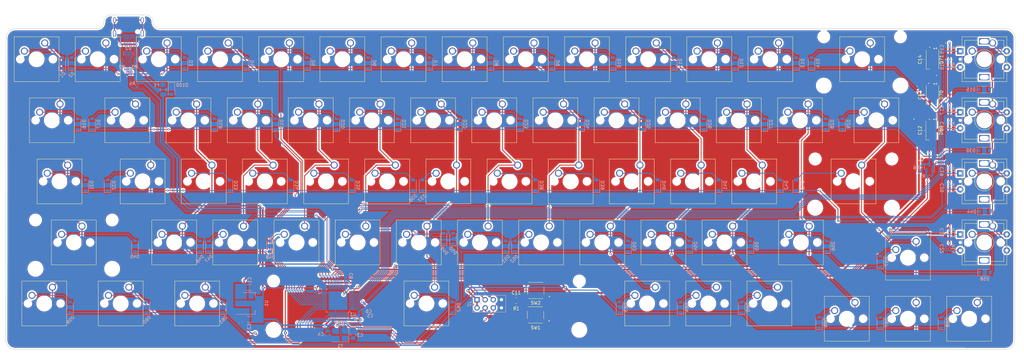
<source format=kicad_pcb>
(kicad_pcb (version 20211014) (generator pcbnew)
  (layers (0 "F.Cu" signal) (31 "B.Cu" power) (34 "B.Paste" user) (35 "F.Paste" user) (36 "B.SilkS" user "B.Silkscreen") (37 "F.SilkS" user "F.Silkscreen") (38 "B.Mask" user) (39 "F.Mask" user) (44 "Edge.Cuts" user))
  (net 0 "")
  (net 1 "+5V")
  (net 2 "GND")
  (net 3 "+3.3V")
  (net 4 "HSE_IN")
  (net 5 "HSE_OUT")
  (net 6 "NRST")
  (net 7 "ROW 0")
  (net 8 "Net-(D1-Pad2)")
  (net 9 "Net-(D2-Pad2)")
  (net 10 "Net-(D3-Pad2)")
  (net 11 "Net-(D4-Pad2)")
  (net 12 "Net-(D5-Pad2)")
  (net 13 "Net-(D6-Pad2)")
  (net 14 "Net-(D7-Pad2)")
  (net 15 "Net-(D8-Pad2)")
  (net 16 "Net-(D9-Pad2)")
  (net 17 "Net-(D10-Pad2)")
  (net 18 "Net-(D11-Pad2)")
  (net 19 "Net-(D12-Pad2)")
  (net 20 "Net-(D13-Pad2)")
  (net 21 "Net-(D14-Pad2)")
  (net 22 "Net-(D15-Pad2)")
  (net 23 "ROW 1")
  (net 24 "Net-(D16-Pad2)")
  (net 25 "Net-(D17-Pad2)")
  (net 26 "Net-(D18-Pad2)")
  (net 27 "Net-(D19-Pad2)")
  (net 28 "Net-(D20-Pad2)")
  (net 29 "Net-(D21-Pad2)")
  (net 30 "Net-(D22-Pad2)")
  (net 31 "Net-(D23-Pad2)")
  (net 32 "Net-(D24-Pad2)")
  (net 33 "Net-(D25-Pad2)")
  (net 34 "Net-(D26-Pad2)")
  (net 35 "Net-(D27-Pad2)")
  (net 36 "Net-(D28-Pad2)")
  (net 37 "Net-(D29-Pad2)")
  (net 38 "Net-(D30-Pad2)")
  (net 39 "ROW 2")
  (net 40 "Net-(D31-Pad2)")
  (net 41 "Net-(D32-Pad2)")
  (net 42 "Net-(D33-Pad2)")
  (net 43 "Net-(D34-Pad2)")
  (net 44 "Net-(D35-Pad2)")
  (net 45 "Net-(D36-Pad2)")
  (net 46 "Net-(D37-Pad2)")
  (net 47 "Net-(D38-Pad2)")
  (net 48 "Net-(D39-Pad2)")
  (net 49 "Net-(D40-Pad2)")
  (net 50 "Net-(D41-Pad2)")
  (net 51 "Net-(D42-Pad2)")
  (net 52 "Net-(D43-Pad2)")
  (net 53 "Net-(D44-Pad2)")
  (net 54 "ROW 3")
  (net 55 "Net-(D45-Pad2)")
  (net 56 "Net-(D46-Pad2)")
  (net 57 "Net-(D47-Pad2)")
  (net 58 "Net-(D48-Pad2)")
  (net 59 "Net-(D49-Pad2)")
  (net 60 "Net-(D50-Pad2)")
  (net 61 "Net-(D51-Pad2)")
  (net 62 "Net-(D52-Pad2)")
  (net 63 "Net-(D53-Pad2)")
  (net 64 "Net-(D54-Pad2)")
  (net 65 "Net-(D55-Pad2)")
  (net 66 "Net-(D56-Pad2)")
  (net 67 "Net-(D57-Pad2)")
  (net 68 "Net-(D58-Pad2)")
  (net 69 "ROW 4")
  (net 70 "Net-(D60-Pad2)")
  (net 71 "Net-(D61-Pad2)")
  (net 72 "Net-(D62-Pad2)")
  (net 73 "Net-(D63-Pad2)")
  (net 74 "Net-(D64-Pad2)")
  (net 75 "Net-(D65-Pad2)")
  (net 76 "Net-(D66-Pad2)")
  (net 77 "Net-(D67-Pad2)")
  (net 78 "Net-(D68-Pad2)")
  (net 79 "VBUS")
  (net 80 "Net-(J1-PadA5)")
  (net 81 "USB_D+")
  (net 83 "Net-(J1-PadB5)")
  (net 84 "USB_D-")
  (net 86 "unconnected-(J1-PadS1)")
  (net 87 "COL 0")
  (net 88 "COL 1")
  (net 89 "COL 2")
  (net 90 "COL 3")
  (net 91 "COL 4")
  (net 92 "COL 5")
  (net 93 "COL 6")
  (net 94 "COL 7")
  (net 95 "COL 8")
  (net 96 "COL 9")
  (net 97 "COL 10")
  (net 98 "COL 11")
  (net 99 "COL 12")
  (net 100 "COL 13")
  (net 101 "COL 14")
  (net 102 "BOOT0")
  (net 103 "SWDIO")
  (net 104 "SWCLK")
  (net 105 "Net-(D59-Pad2)")
  (net 106 "ROT1_A")
  (net 107 "ROT1_B")
  (net 108 "ROT2_A")
  (net 109 "ROT2_B")
  (net 110 "Net-(D69-Pad1)")
  (net 111 "NEOPIXEL_DRIVE_H")
  (net 112 "Net-(D70-Pad1)")
  (net 114 "ROT3_A")
  (net 115 "ROT3_B")
  (net 116 "ROT4_A")
  (net 117 "ROT4_B")
  (net 118 "NEOPIXEL_DRIVE_L")
  (net 119 "unconnected-(U3-Pad12)")
  (net 120 "unconnected-(U3-Pad13)")
  (footprint "0SCO_LIB:1.00U_MX-MILLMAX_3305" (layer "F.Cu") (at 23.09 -119.38)
    (fp_text reference "KSW4" hide)
    (fp_text value "Keyswitch_&_Diode")
  )
  (footprint "0SCO_LIB:1.00U_MX-MILLMAX_3305" (layer "F.Cu") (at 223.115 -119.38)
    (fp_text reference "KSW14" hide)
    (fp_text value "Keyswitch_&_Diode")
  )
  (footprint "0SCO_LIB:1.00U_MX-MILLMAX_3305" (layer "F.Cu") (at 151.368125 -81.28)
    (fp_text reference "KSW40" hide)
    (fp_text value "Keyswitch_&_Diode")
  )
  (footprint "0SCO_LIB:1.00U_MX-MILLMAX_3305" (layer "F.Cu") (at 237.4025 -57.4675)
    (fp_text reference "KSW57" hide)
    (fp_text value "Keyswitch_&_Diode")
  )
  (footprint "TS-1187A-B-A-B Switch:SW_TS-1187A-B-A-B" (layer "F.Cu") (at 118.9109 -42.17 180)
    (fp_text reference "SW2")
    (fp_text value "SW_MEC_5E")
  )
  (footprint "0SCO_LIB:1.00U_MX-MILLMAX_3305" (layer "F.Cu") (at 132.318125 -81.28)
    (fp_text reference "KSW39" hide)
    (fp_text value "Keyswitch_&_Diode")
  )
  (footprint "Capacitor_SMD:C_0402_1005Metric_Pad0.74x0.62mm_HandSolder" (layer "F.Cu") (at 239.74 -114.19 90)
    (fp_text reference "C14")
    (fp_text value "100nF")
  )
  (footprint "0SCO_LIB:1.00U_MX-MILLMAX_3305" (layer "F.Cu") (at 15.94625 -43.18)
    (fp_text reference "KSW61" hide)
    (fp_text value "Keyswitch_&_Diode")
  )
  (footprint "TS-1187A-B-A-B Switch:SW_TS-1187A-B-A-B" (layer "F.Cu") (at 118.8225 -34.54 180)
    (fp_text reference "SW1")
    (fp_text value "SW_MEC_5E")
  )
  (footprint "0SCO_LIB:1.00U_MX-MILLMAX_3305" (layer "F.Cu") (at 220.424375 -81.28)
    (fp_text reference "KSW43" hide)
    (fp_text value "Keyswitch_&_Diode")
  )
  (footprint "0SCO_LIB:1.00U_MX-MILLMAX_3305" (layer "F.Cu") (at -29.2975 -100.33)
    (fp_text reference "KSW16" hide)
    (fp_text value "Keyswitch_&_Diode")
  )
  (footprint "0SCO_LIB:1.00U_MX-MILLMAX_3305" (layer "F.Cu") (at 170.418125 -81.28)
    (fp_text reference "KSW41" hide)
    (fp_text value "Keyswitch_&_Diode")
  )
  (footprint "0SCO_LIB:1.00U_MX-MILLMAX_3305" (layer "F.Cu") (at 42.14 -119.38)
    (fp_text reference "KSW5" hide)
    (fp_text value "Keyswitch_&_Diode")
  )
  (footprint "0SCO_LIB:1.00U_MX-MILLMAX_3305" (layer "F.Cu") (at 89.455625 -100.33)
    (fp_text reference "KSW22" hide)
    (fp_text value "Keyswitch_&_Diode")
  )
  (footprint "0SCO_LIB:1.00U_MX-MILLMAX_3305" (layer "F.Cu") (at 184.705625 -100.33)
    (fp_text reference "KSW27" hide)
    (fp_text value "Keyswitch_&_Diode")
  )
  (footprint "0SCO_LIB:1.00U_MX-MILLMAX_3305" (layer "F.Cu") (at -34.06 -119.38)
    (fp_text reference "KSW1" hide)
    (fp_text value "Keyswitch_&_Diode")
  )
  (footprint "0SCO_LIB:1.00U_MX-MILLMAX_3305" (layer "F.Cu") (at 94.218125 -81.28)
    (fp_text reference "KSW37" hide)
    (fp_text value "Keyswitch_&_Diode")
  )
  (footprint "0SCO_LIB:1.00U_MX-MILLMAX_3305" (layer "F.Cu") (at 37.068125 -81.28)
    (fp_text reference "KSW34" hide)
    (fp_text value "Keyswitch_&_Diode")
  )
  (footprint "0SCO_LIB:1.00U_MX-MILLMAX_3305" (layer "F.Cu") (at 261.215 -62.23)
    (fp_text reference "KSW58" hide)
    (fp_text value "Keyswitch_&_Diode")
  )
  (footprint "0SCO_LIB:1.00U_MX-MILLMAX_3305" (layer "F.Cu") (at -31.67875 -43.18)
    (fp_text reference "KSW59" hide)
    (fp_text value "Keyswitch_&_Diode")
  )
  (footprint "Mounting_Keyboard_Stabilizer:Stabilizer_Cherry_MX_2.00u" (layer "F.Cu") (at 217.884375 -76.2)
    (fp_text reference "REF**" hide)
    (fp_text value "Stabilizer_Cherry_MX_2.00u" hide)
  )
  (footprint "0SCO_LIB:1.00U_MX-MILLMAX_3305" (layer "F.Cu") (at 70.405625 -100.33)
    (fp_text reference "KSW21" hide)
    (fp_text value "Keyswitch_&_Diode")
  )
  (footprint "0SCO_LIB:1.00U_MX-MILLMAX_3305" (layer "F.Cu") (at 123.1025 -62.23)
    (fp_text reference "KSW52" hide)
    (fp_text value "Keyswitch_&_Diode")
  )
  (footprint "0SCO_LIB:1.00U_MX-MILLMAX_3305" (layer "F.Cu") (at 204.065 -62.23)
    (fp_text reference "KSW56" hide)
    (fp_text value "Keyswitch_&_Diode")
  )
  (footprint "0SCO_LIB:1.00U_MX-MILLMAX_3305" (layer "F.Cu") (at -5.794375 -100.33)
    (fp_text reference "KSW17" hide)
    (fp_text value "Keyswitch_&_Diode")
  )
  (footprint "0SCO_LIB:1.00U_MX-MILLMAX_3305" (layer "F.Cu") (at 261.215 -81.28)
    (fp_text reference "KSW44" hide)
    (fp_text value "Keyswitch_&_Diode")
  )
  (footprint "0SCO_LIB:1.00U_MX-MILLMAX_3305" (layer "F.Cu") (at 61.19 -119.38)
    (fp_text reference "KSW6" hide)
    (fp_text value "Keyswitch_&_Diode")
  )
  (footprint "0SCO_LIB:1.00U_MX-MILLMAX_3305" (layer "F.Cu") (at 51.355625 -100.33)
    (fp_text reference "KSW20" hide)
    (fp_text value "Keyswitch_&_Diode")
  )
  (footprint "0SCO_LIB:1.00U_MX-MILLMAX_3305" (layer "F.Cu") (at 261.215 -119.38)
    (fp_text reference "KSW15" hide)
    (fp_text value "Keyswitch_&_Diode")
  )
  (footprint "0SCO_LIB:1.00U_MX-MILLMAX_3305" (layer "F.Cu") (at 256.4525 -38.4175)
    (fp_text reference "KSW68" hide)
    (fp_text value "Keyswitch_&_Diode")
  )
  (footprint "0SCO_LIB:1.00U_MX-MILLMAX_3305" (layer "F.Cu") (at 87.38375 -43.18)
    (fp_text reference "KSW62" hide)
    (fp_text value "Keyswitch_&_Diode")
  )
  (footprint "0SCO_LIB:1.00U_MX-MILLMAX_3305" (layer "F.Cu") (at 118.34 -119.38)
    (fp_text reference "KSW9" hide)
    (fp_text value "Keyswitch_&_Diode")
  )
  (footprint "0SCO_LIB:1.00U_MX-MILLMAX_3305" (layer "F.Cu") (at 75.168125 -81.28)
    (fp_text reference "KSW36" hide)
    (fp_text value "Keyswitch_&_Diode")
  )
  (footprint "0SCO_LIB:1.00U_MX-MILLMAX_3305" (layer "F.Cu") (at 175.180625 -43.18)
    (fp_text reference "KSW64" hide)
    (fp_text value "Keyswitch_&_Diode")
  )
  (footprint "LED_SMD:LED_SK6812MINI_PLCC4_3.5x3.5mm_P1.75mm" (layer "F.Cu") (at 242.500102 -114.2 -90)
    (fp_text reference "D71")
    (fp_text value "SK6812MINI")
  )
  (footprint "0SCO_LIB:1.00U_MX-MILLMAX_3305" (layer "F.Cu") (at 104.0525 -62.23)
    (fp_text reference "KSW51" hide)
    (fp_text value "Keyswitch_&_Diode")
  )
  (footprint "0SCO_LIB:1.00U_MX-MILLMAX_3305" (layer "F.Cu") (at 65.9525 -62.23)
    (fp_text reference "KSW49" hide)
    (fp_text value "Keyswitch_&_Diode")
  )
  (footprint "Capacitor_SMD:C_0402_1005Metric_Pad0.74x0.62mm_HandSolder" (layer "F.Cu") (at 239.74 -92.09 90)
    (fp_text reference "C12")
    (fp_text value "100nF")
  )
  (footprint "0SCO_LIB:1.00U_MX-MILLMAX_3305" (layer "F.Cu") (at 18.018125 -81.28)
    (fp_text reference "KSW33" hide)
    (fp_text value "Keyswitch_&_Diode")
  )
  (footprint "0SCO_LIB:1.00U_MX-MILLMAX_3305" (layer "F.Cu") (at 4.04 -119.38)
    (fp_text reference "KSW3" hide)
    (fp_text value "Keyswitch_&_Diode")
  )
  (footprint "0SCO_LIB:1.00U_MX-MILLMAX_3305" (layer "F.Cu") (at 194.230625 -43.18)
    (fp_text reference "KSW65" hide)
    (fp_text value "Keyswitch_&_Diode")
  )
  (footprint "0SCO_LIB:1.00U_MX-MILLMAX_3305" (layer "F.Cu") (at -7.86625 -43.18)
    (fp_text reference "KSW60" hide)
    (fp_text value "Keyswitch_&_Diode")
  )
  (footprint "0SCO_LIB:1.00U_MX-MILLMAX_3305" (layer "F.Cu") (at 108.505625 -100.33)
    (fp_text reference "KSW23" hide)
    (fp_text value "Keyswitch_&_Diode")
  )
  (footprint "0SCO_LIB:1.00U_MX-MILLMAX_3305" (layer "F.Cu") (at 194.54 -119.38)
    (fp_text reference "KSW13" hide)
    (fp_text value "Keyswitch_&_Diode")
  )
  (footprint "0SCO_LIB:1.00U_MX-MILLMAX_3305" (layer "F.Cu") (at 8.8025 -62.23)
    (fp_text reference "KSW46" hide)
    (fp_text value "Keyswitch_&_Diode")
  )
  (footprint "0SCO_LIB:1.00U_MX-MILLMAX_3305" (layer "F.Cu") (at 203.755625 -100.33)
    (fp_text reference "KSW28" hide)
    (fp_text value "Keyswitch_&_Diode")
  )
  (footprint "0SCO_LIB:1.00U_MX-MILLMAX_3305" (layer "F.Cu") (at 237.4025 -38.4175)
    (fp_text reference "KSW67" hide)
    (fp_text value "Keyswitch_&_Diode")
  )
  (footprint "Rotary_Encoder:RotaryEncoder_Alps_EC11E-Switch_Vertical_H20mm" (layer "F.Cu") (at 251.115625 -116.8)
    (fp_text reference "KSWR1" hide)
    (fp_text value "EC11_RotaryEnc")
  )
  (footprint "Capacitor_SMD:C_0402_1005Metric_Pad0.74x0.62mm_HandSolder" (layer "F.Cu") (at 112.82 -40.27)
    (fp_text reference "C11")
    (fp_text value "100nF")
  )
  (footprint "0SCO_LIB:1.00U_MX-MILLMAX_3305" (layer "F.Cu") (at -22.463125 -62.23)
    (fp_text reference "KSW45" hide)
    (fp_text value "Keyswitch_&_Diode")
  )
  (footprint "0SCO_LIB:1.00U_MX-MILLMAX_3305" (layer "F.Cu") (at -1.031875 -81.28)
    (fp_text reference "KSW32" hide)
    (fp_text value "Keyswitch_&_Diode")
  )
  (footprint "0SCO_LIB:1.00U_MX-MILLMAX_3305" (layer "F.Cu") (at 127.555625 -100.33)
    (fp_text reference "KSW24" hide)
    (fp_text value "Keyswitch_&_Diode")
  )
  (footprint "0SCO_LIB:1.00U_MX-MILLMAX_3305" (layer "F.Cu") (at 165.655625 -100.33)
    (fp_text reference "KSW26" hide)
    (fp_text value "Keyswitch_&_Diode")
  )
  (footprint "0SCO_LIB:1.00U_MX-MILLMAX_3305" (layer "F.Cu") (at 156.130625 -43.18)
    (fp_text reference "KSW63" hide)
    (fp_text value "Keyswitch_&_Diode")
  )
  (footprint "0SCO_LIB:1.00U_MX-MILLMAX_3305" (layer "F.Cu") (at 180.2525 -62.23)
    (fp_text reference "KSW55" hide)
    (fp_text value "Keyswitch_&_Diode")
  )
  (footprint "0SCO_LIB:1.00U_MX-MILLMAX_3305" (layer "F.Cu") (at -26.91625 -81.28)
    (fp_text reference "KSW31" hide)
    (fp_text value "Keyswitch_&_Diode")
  )
  (footprint "0SCO_LIB:1.00U_MX-MILLMAX_3305" (layer "F.Cu") (at 261.215 -100.33)
    (fp_text reference "KSW30" hide)
    (fp_text value "Keyswitch_&_Diode")
  )
  (footprint "0SCO_LIB:1.00U_MX-MILLMAX_3305" (layer "F.Cu") (at 146.605625 -100.33)
    (fp_text reference "KSW25" hide)
    (fp_text value "Keyswitch_&_Diode")
  )
  (footprint "0SCO_LIB:1.00U_MX-MILLMAX_3305" (layer "F.Cu") (at 137.39 -119.38)
    (fp_text reference "KSW10" hide)
    (fp_text value "Keyswitch_&_Diode")
  )
  (footprint "LED_SMD:LED_SK6812MINI_PLCC4_3.5x3.5mm_P1.75mm" (layer "F.Cu") (at 242.4 -92.1 -90)
    (fp_text reference "D69")
    (fp_text value "SK6812MINI")
  )
  (footprint "0SCO_LIB:1.00U_MX-MILLMAX_3305" (layer "F.Cu") (at -15.01 -119.38)
    (fp_text reference "KSW2" hide)
    (fp_text value "Keyswitch_&_Diode")
  )
  (footprint "Mounting_Keyboard_Stabilizer:Stabilizer_Cherry_MX_2.00u" (layer "F.Cu") (at -25.003125 -57.15)
    (fp_text reference "REF**" hide)
    (fp_text value "Stabilizer_Cherry_MX_2.00u" hide)
  )
  (footprint "Resistor_SMD:R_0402_1005Metric_Pad0.72x0.64mm_HandSolder" (layer "F.Cu") (at 112.83 -37.75)
    (fp_text reference "R1")
    (fp_text value "10k")
  )
  (footprint "0SCO_LIB:1.00U_MX-MILLMAX_3305" (layer "F.Cu") (at 156.44 -119.38)
    (fp_text reference "KSW11" hide)
    (fp_text value "Keyswitch_&_Diode")
  )
  (footprint "0SCO_LIB:1.00U_MX-MILLMAX_3305" (layer "F.Cu") (at 189.468125 -81.28)
    (fp_text reference "KSW42" hide)
    (fp_text value "Keyswitch_&_Diode")
  )
  (footprint "Mounting_Keyboard_Stabilizer:Stabilizer_Cherry_MX_2.00u" (layer "F.Cu") (at 220.575 -114.3)
    (fp_text reference "REF**" hide)
    (fp_text value "Stabilizer_Cherry_MX_2.00u" hide)
  )
  (footprint "LED_SMD:LED_SK6812MINI_PLCC4_3.5x3.5mm_P1.75mm" (layer "F.Cu") (at 242.505 -103.15 -90)
    (fp_text reference "D70")
    (fp_text value "SK6812MINI")
  )
  (footprint "0SCO_LIB:1.00U_MX-MILLMAX_3305" (layer "F.Cu") (at 142.1525 -62.23)
    (fp_text reference "KSW53" hide)
    (fp_text value "Keyswitch_&_Diode")
  )
  (footprint "0SCO_LIB:1.00U_MX-MILLMAX_3305" (layer "F.Cu") (at 27.8525 -62.23)
    (fp_text reference "KSW47" hide)
    (fp_text value "Keyswitch_&_Diode")
  )
  (footprint "0SCO_LIB:1.00U_MX-MILLMAX_3305" (layer "F.Cu") (at 32.305625 -100.33)
    (fp_text reference "KSW19" hide)
    (fp_text value "Keyswitch_&_Diode")
  )
  (footprint "0SCO_LIB:1.00U_MX-MILLMAX_3305" (layer "F.Cu") (at 13.255625 -100.33)
    (fp_text reference "KSW18" hide)
    (fp_text value "Keyswitch_&_Diode")
  )
  (footprint "0SCO_LIB:1.00U_MX-MILLMAX_3305" (layer "F.Cu") (at 56.118125 -81.28)
    (fp_text reference "KSW35" hide)
    (fp_text value "Keyswitch_&_Diode")
  )
  (footprint "Rotary_Encoder:RotaryEncoder_Alps_EC11E-Switch_Vertical_H20mm" (layer "F.Cu") (at 251.115625 -97.75)
    (fp_text reference "KSWR2" hide)
    (fp_text value "EC11_RotaryEnc")
  )
  (footprint "0SCO_LIB:1.00U_MX-MILLMAX_3305" (layer "F.Cu") (at 99.29 -119.38)
    (fp_text reference "KSW8" hide)
    (fp_text value "Keyswitch_&_Diode")
  )
  (footprint "Capacitor_SMD:C_0402_1005Metric_Pad0.74x0.62mm_HandSolder" (layer "F.Cu") (at 239.74 -103.14 90)
    (fp_text reference "C13")
    (fp_text value "100nF")
  )
  (footprint "0SCO_LIB:1.00U_MX-MILLMAX_3305" (layer "F.Cu") (at 218.3525 -38.4175)
    (fp_text reference "KSW66" hide)
    (fp_text value "Keyswitch_&_Diode")
  )
  (footprint "0SCO_LIB:1.00U_MX-MILLMAX_3305" (layer "F.Cu") (at 85.0025 -62.23)
    (fp_text reference "KSW50" hide)
    (fp_text value "Keyswitch_&_Diode")
  )
  (footprint "0SCO_LIB:1.00U_MX-MILLMAX_3305" (layer "F.Cu") (at 161.2025 -62.23)
    (fp_text reference "KSW54" hide)
    (fp_text value "Keyswitch_&_Diode")
  )
  (footprint "Rotary_Encoder:RotaryEncoder_Alps_EC11E-Switch_Vertical_H20mm" (layer "F.Cu") (at 251.115625 -59.65)
    (fp_text reference "KSWR4" hide)
    (fp_text value "EC11_RotaryEnc")
  )
  (footprint "0SCO_LIB:1.00U_MX-MILLMAX_3305" (layer "F.Cu") (at 175.49 -119.38)
    (fp_text reference "KSW12" hide)
    (fp_text value "Keyswitch_&_Diode")
  )
  (footprint "0SCO_LIB:1.00U_MX-MILLMAX_3305" (layer "F.Cu") (at 80.24 -119.38)
    (fp_text reference "KSW7" hide)
    (fp_text value "Keyswitch_&_Diode")
  )
  (footprint "0SCO_LIB:1.00U_MX-MILLMAX_3305" (layer "F.Cu") (at 227.568125 -100.33)
    (fp_text reference "KSW29" hide)
    (fp_text value "Keyswitch_&_Diode")
  )
  (footprint "0SCO_LIB:1.00U_MX-MILLMAX_3305" (layer "F.Cu") (at 113.268125 -81.28)
    (fp_text reference "KSW38" hide)
    (fp_text value "Keyswitch_&_Diode")
  )
  (footprint "0SCO_LIB:1.00U_MX-MILLMAX_3305" (layer "F.Cu") (at 46.9025 -62.23)
    (fp_text reference "KSW48" hide)
    (fp_text value "Keyswitch_&_Diode")
  )
  (footprint "Mounting_Keyboard_Stabilizer:Stabilizer_Cherry_MX_6.00u" (layer "F.Cu") (at 84.84375 -38.1)
    (fp_text reference "REF**" hide)
    (fp_text value "Stabilizer_Cherry_MX_6.00u" hide)
  )
  (footprint "Rotary_Encoder:RotaryEncoder_Alps_EC11E-Switch_Vertical_H20mm" (layer "F.Cu") (at 251.115625 -78.7)
    (fp_text reference "KSWR3" hide)
    (fp_text value "EC11_RotaryEnc")
  )
  (footprint "Diode_SMD:D_SOD-123" (layer "B.Cu") (at 258.6 -85.8)
    (fp_text reference "D30")
    (fp_text value "1N4148W")
  )
  (footprint "Diode_SMD:D_SOD-123" (layer "B.Cu") (at 226.21875 -32.146875 90)
    (fp_text reference "D67")
    (fp_text value "1N4148W")
  )
  (footprint "Capacitor_SMD:C_1206_3216Metric_Pad1.33x1.80mm_HandSolder" (layer "B.Cu") (at 29.612133 -33.163857 180)
    (fp_text reference "C2")
    (fp_text value "22uF")
  )
  (footprint "Diode_SMD:D_SOD-123" (layer "B.Cu") (at 185.7375 -55.959375 90)
    (fp_text reference "D55")
    (fp_text value "1N4148W")
  )
  (footprint "Diode_SMD:D_SOD-123" (layer "B.Cu") (at 214.36 -94.08 90)
    (fp_text reference "D29")
    (fp_text value "1N4148W")
  )
  (footprint "Diode_SMD:D_SOD-123" (layer "B.Cu") (at 163.996875 -36.909375 90)
    (fp_text reference "D64")
    (fp_text value "1N4148W")
  )
  (footprint "Diode_SMD:D_SOD-123" (layer "B.Cu") (at -23.8125 -94.059375 90)
    (fp_text reference "D16")
    (fp_text value "1N4148W")
  )
  (footprint "Capacitor_SMD:C_0402_1005Metric_Pad0.74x0.62mm_HandSolder" (layer "B.Cu") (at 50.000002 -41.95 180)
    (fp_text reference "C7")
    (fp_text value "100nF")
  )
  (footprint "Diode_SMD:D_SOD-123" (layer "B.Cu") (at 190.190625 -94.059375 90)
    (fp_text reference "D27")
    (fp_text value "1N4148W")
  )
  (footprint "Diode_SMD:D_SOD-123" (layer "B.Cu") (at 147.6375 -55.959375 90)
    (fp_text reference "D53")
    (fp_text value "1N4148W")
  )
  (footprint "Diode_SMD:D_SOD-123" (layer "B.Cu") (at 258.8 -66.8)
    (fp_text reference "D44")
    (fp_text value "1N4148W")
  )
  (footprint "Diode_SMD:D_SOD-123" (layer "B.Cu") (at -2.38125 -36.909375 90)
    (fp_text reference "D60")
    (fp_text value "1N4148W")
  )
  (footprint "Diode_SMD:D_SOD-123" (layer "B.Cu") (at -21.43125 -75.009375 90)
    (fp_text reference "D31")
    (fp_text value "1N4148W")
  )
  (footprint "Diode_SMD:D_SOD-123" (layer "B.Cu") (at 28.575 -113.109375 90)
    (fp_text reference "D4")
    (fp_text value "1N4148W")
  )
  (footprint "Diode_SMD:D_SOD-123" (layer "B.Cu") (at 175.903125 -75.009375 90)
    (fp_text reference "D41")
    (fp_text value "1N4148W")
  )
  (footprint "Diode_SMD:D_SOD-123" (layer "B.Cu") (at 133.040625 -94.059375 90)
    (fp_text reference "D24")
    (fp_text value "1N4148W")
  )
  (footprint "Resistor_SMD:R_0402_1005Metric_Pad0.72x0.64mm_HandSolder" (layer "B.Cu") (at 247.8 -55.2 90)
    (fp_text reference "R14")
    (fp_text value "5k1")
  )
  (footprint "Diode_SMD:D_SOD-123" (layer "B.Cu") (at 113.990625 -94.059375 90)
    (fp_text reference "D23")
    (fp_text value "1N4148W")
  )
  (footprint "Diode_SMD:D_SOD-123" (layer "B.Cu") (at 118.753125 -75.009375 90)
    (fp_text reference "D38")
    (fp_text value "1N4148W")
  )
  (footprint "Diode_SMD:D_SOD-123" (layer "B.Cu") (at 37.790625 -94.059375 90)
    (fp_text reference "D19")
    (fp_text value "1N4148W")
  )
  (footprint "Capacitor_SMD:C_0402_1005Metric_Pad0.74x0.62mm_HandSolder" (layer "B.Cu") (at 60.300001 -46.049999 90)
    (fp_text reference "C8")
    (fp_text value "100nF")
  )
  (footprint "Capacitor_SMD:C_0402_1005Metric_Pad0.74x0.62mm_HandSolder" (layer "B.Cu") (at 246.6 -98.4 90)
    (fp_text reference "C17")
    (fp_text value "100nF")
  )
  (footprint "Diode_SMD:D_SOD-123" (layer "B.Cu") (at 171.140625 -94.059375 90)
    (fp_text reference "D26")
    (fp_text value "1N4148W")
  )
  (footprint "Diode_SMD:D_SOD-123" (layer "B.Cu") (at 36.1 -55.959375 90)
    (fp_text reference "D48")
    (fp_text value "1N4148W")
  )
  (footprint "Diode_SMD:D_SOD-123" (layer "B.Cu") (at 75.890625 -94.059375 90)
    (fp_text reference "D21")
    (fp_text value "1N4148W")
  )
  (footprint "Diode_SMD:D_SOD-123" (layer "B.Cu") (at 23.503125 -75.009375 90)
    (fp_text reference "D33")
    (fp_text value "1N4148W")
  )
  (footprint "Resistor_SMD:R_0402_1005Metric_Pad0.72x0.64mm_HandSolder" (layer "B.Cu") (at -10 -113.800001 -90)
    (fp_text reference "R2")
    (fp_text value "5k1")
  )
  (footprint "Diode_SMD:D_SOD-123" (layer "B.Cu") (at 258.8 -47.75)
    (fp_text reference "D58")
    (fp_text value "1N4148W")
  )
  (footprint "Capacitor_SMD:C_0805_2012Metric_Pad1.18x1.45mm_HandSolder" (layer "B.Cu") (at 53.976566 -28.469582 -90)
    (fp_text reference "C4")
    (fp_text value "10pF")
  )
  (footprint "Diode_SMD:D_SOD-123" (layer "B.Cu") (at 90.17 -58.340625 90)
    (fp_text reference "D49")
    (fp_text value "1N4148W")
  )
  (footprint "Resistor_SMD:R_0402_1005Metric_Pad0.72x0.64mm_HandSolder" (layer "B.Cu") (at -6 -113.800001 -90)
    (fp_text reference "R3")
    (fp_text value "5k1")
  )
  (footprint "Diode_SMD:D_SOD-123" (layer "B.Cu") (at 204.7875 -113.109375 90)
    (fp_text reference "D14")
    (fp_text value "1N4148W")
  )
  (footprint "Diode_SMD:D_SOD-123" (layer "B.Cu") (at 93.1325 -58.340625 90)
    (fp_text reference "D50")
    (fp_text value "1N4148W")
  )
  (footprint "Package_TO_SOT_SMD:SOT-223-3_TabPin2" (layer "B.Cu") (at 29.612133 -38.113603)
    (fp_text reference "U1")
    (fp_text value "AMS1117-3.3")
  )
  (footprint "Resistor_SMD:R_0402_1005Metric_Pad0.72x0.64mm_HandSolder" (layer "B.Cu") (at 241.52 -77.8 180)
    (fp_text reference "R5")
    (fp_text value "10k")
  )
  (footprint "Diode_SMD:D_SOD-123" (layer "B.Cu") (at 180.975 -113.109375 90)
    (fp_text reference "D12")
    (fp_text value "1N4148W")
  )
  (footprint "Diode_SMD:D_SOD-123" (layer "B.Cu") (at 17.1 -55.959375 90)
    (fp_text reference "D47")
    (fp_text value "1N4148W")
  )
  (footprint "Diode_SMD:D_SOD-123" (layer "B.Cu") (at 207.16875 -32.146875 90)
    (fp_text reference "D66")
    (fp_text value "1N4148W")
  )
  (footprint "TPD4E05U06DQAR:TI_TPD4E05U06DQAR" (layer "B.Cu") (at -7.999999 -116.066876 90)
    (fp_text reference "U2")
    (fp_text value "TPD4E05U06DQAR")
  )
  (footprint "Diode_SMD:D_SOD-123" (layer "B.Cu") (at -19.3 -94.059375 90)
    (fp_text reference "D17")
    (fp_text value "1N4148W")
  )
  (footprint "Crystal:Crystal_SMD_3225-4Pin_3.2x2.5mm_HandSoldering" (layer "B.Cu") (at 58.000002 -28.35 180)
    (fp_text reference "Y1")
    (fp_text value "16MHz")
  )
  (footprint "Diode_SMD:D_SOD-123" (layer "B.Cu") (at 85.725 -113.109375 90)
    (fp_text reference "D7")
    (fp_text value "1N4148W")
  )
  (footprint "Resistor_SMD:R_0402_1005Metric_Pad0.72x0.64mm_HandSolder" (layer "B.Cu") (at 239.02 -80.500002 90)
    (fp_text reference "R6")
    (fp_text value "10k")
  )
  (footprint "Resistor_SMD:R_0402_1005Metric_Pad0.72x0.64mm_HandSolder" (layer "B.Cu") (at 247.8 -60.2 90)
    (fp_text reference "R13")
    (fp_text value "5k1")
  )
  (footprint "Diode_SMD:D_SOD-123" (layer "B.Cu") (at 9.525 -113.109375 90)
    (fp_text reference "D3")
    (fp_text value "1N4148W")
  )
  (footprint "Diode_SMD:D_SOD-123" (layer "B.Cu") (at 92.86875 -36.909375 90)
    (fp_text reference "D62")
    (fp_text value "1N4148W")
  )
  (footprint "Diode_SMD:D_SOD-123" (layer "B.Cu") (at 245.26875 -32.146875 90)
    (fp_text reference "D68")
    (fp_text value "1N4148W")
  )
  (footprint "Capacitor_SMD:C_0402_1005Metric_Pad0.74x0.62mm_HandSolder" (layer "B.Cu") (at 246.65 -74.2 90)
    (fp_text reference "C20")
    (fp_text value "100nF")
  )
  (footprint "Diode_SMD:D_SOD-123" (layer "B.Cu") (at 194.953125 -75.009375 90)
    (fp_text reference "D42")
    (fp_text value "1N4148W")
  )
  (footprint "Diode_SMD:D_SOD-123" (layer "B.Cu") (at 166.6875 -55.959375 90)
    (fp_text reference "D54")
    (fp_text value "1N4148W")
  )
  (footprint "Diode_SMD:D_SOD-123" (layer "B.Cu") (at 21.43125 -36.909375 90)
    (fp_text reference "D61")
    (fp_text value "1N4148W")
  )
  (footprint "Capacitor_SMD:C_0402_1005Metric_Pad0.74x0.62mm_HandSolder" (layer "B.Cu") (at 246.6 -55.2 90)
    (fp_text reference "C22")
    (fp_text value "100nF")
  )
  (footprint "Diode_SMD:D_SOD-123" (layer "B.Cu") (at 209.240625 -94.059375 90)
    (fp_text reference "D28")
    (fp_text value "1N4148W")
  )
  (footprint "Diode_SMD:D_SOD-123" (layer "B.Cu") (at 47.625 -113.109375 90)
    (fp_text reference "D5")
    (fp_text value "1N4148W")
  )
  (footprint "Diode_SMD:D_SOD-123" (layer "B.Cu") (at 94.940625 -94.059375 90)
    (fp_text reference "D22")
    (fp_text value "1N4148W")
  )
  (footprint "Diode_SMD:D_SOD-123" (layer "B.Cu") (at -25.7 -113.109375 90)
    (fp_text reference "D2")
    (fp_text value "1N4148W")
  )
  (footprint "Capacitor_SMD:C_0402_1005Metric_Pad0.74x0.62mm_HandSolder" (layer "B.Cu") (at 246.6 -60.2 90)
    (fp_text reference "C21")
    (fp_text value "100nF")
  )
  (footprint "Diode_SMD:D_SOD-123" (layer "B.Cu") (at 66.675 -113.109375 90)
    (fp_text reference "D6")
    (fp_text value "1N4148W")
  )
  (footprint "Connector_PinHeader_2.54mm:PinHeader_2x04_P2.54mm_Vertical" (layer "B.Cu") (at 100.6 -39.285 -90)
    (fp_text reference "J2")
    (fp_text value "Conn_02x04_Row_Letter_First")
  )
  (footprint "Diode_SMD:D_SOD-123" (layer "B.Cu") (at 144.946875 -36.909375 90)
    (fp_text reference "D63")
    (fp_text value "1N4148W")
  )
  (footprint "Resistor_SMD:R_0402_1005Metric_Pad0.72x0.64mm_HandSolder" (layer "B.Cu") (at 247.800001 -112.4 90)
    (fp_text reference "R8")
    (fp_text value "5k1")
  )
  (footprint "Package_QFP:LQFP-48_7x7mm_P0.5mm" (layer "B.Cu") (at 57.3 -39 90)
    (fp_text reference "U3")
    (fp_text value "STM32F103C8Tx")
  )
  (footprint "Diode_SMD:D_SOD-123" (layer "B.Cu") (at 137.803125 -75.009375 90)
    (fp_text reference "D39")
    (fp_text value "1N4148W")
  )
  (footprint "Diode_SMD:D_SOD-123" (layer "B.Cu") (at 42.553125 -75.009375 90)
    (fp_text reference "D34")
    (fp_text value "1N4148W")
  )
  (footprint "Diode_SMD:D_SOD-123" (layer "B.Cu") (at 156.853125 -75.009375 90)
    (fp_text reference "D40")
    (fp_text value "1N4148W")
  )
  (footprint "Diode_SMD:D_SOD-123" (layer "B.Cu") (at 14.2875 -55.959375 90)
    (fp_text reference "D46")
    (fp_text value "1N4148W")
  )
  (footprint "Resistor_SMD:R_0402_1005Metric_Pad0.72x0.64mm_HandSolder" (layer "B.Cu") (at 247.8 -79.28 90)
    (fp_text reference "R11")
    (fp_text value "5k1")
  )
  (footprint "Diode_SMD:D_SOD-123" (layer "B.Cu") (at 83.575 -75 90)
    (fp_text reference "D37")
    (fp_text value "1N4148W")
  )
  (footprint "Diode_SMD:D_SOD-123" (layer "B.Cu") (at 142.875 -113.109375 90)
    (fp_text reference "D10")
    (fp_text value "1N4148W")
  )
  (footprint "Connector_USB:USB_C_Receptacle_HRO_TYPE-C-31-M-12" (layer "B.Cu") (at -8 -125.46)
    (fp_text reference "J1" hide)
    (fp_text value "USB C")
  )
  (footprint "Diode_SMD:D_SOD-123" (layer "B.Cu") (at 112.4 -55.959375 90)
    (fp_text reference "D52")
    (fp_text value "1N4148W")
  )
  (footprint "Capacitor_SMD:C_0805_2012Metric_Pad1.18x1.45mm_HandSolder" (layer "B.Cu") (at 62.02344 -28.314016 90)
    (fp_text reference "C3")
    (fp_text value "10pF")
  )
  (footprint "Capacitor_SMD:C_0402_1005Metric_Pad0.74x0.62mm_HandSolder" (layer "B.Cu") (at 246.599999 -93.4 90)
    (fp_text reference "C18")
    (fp_text value "100nF")
  )
  (footprint "Capacitor_SMD:C_0402_1005Metric_Pad0.74x0.62mm_HandSolder" (layer "B.Cu") (at 61.050002 -33.000001)
    (fp_text reference "C9")
    (fp_text value "100nF")
  )
  (footprint "Diode_SMD:D_SOD-123" (layer "B.Cu") (at 56.840625 -94.059375 90)
    (fp_text reference "D20")
    (fp_text value "1N4148W")
  )
  (footprint "Diode_SMD:D_SOD-123" (layer "B.Cu") (at 109.5375 -55.959375 90)
    (fp_text reference "D51")
    (fp_text value "1N4148W")
  )
  (footprint "Diode_SMD:D_SOD-123F" (layer "B.Cu") (at 5.4 -104.8 -90)
    (fp_text reference "D100")
    (fp_text value "D_TVS")
  )
  (footprint "Diode_SMD:D_SOD-123" (layer "B.Cu") (at 18.740625 -94.059375 90)
    (fp_text reference "D18")
    (fp_text value "1N4148W")
  )
  (footprint "Diode_SMD:D_SOD-123" (layer "B.Cu") (at 152.090625 -94.059375 90)
    (fp_text reference "D25")
    (fp_text value "1N4148W")
  )
  (footprint "Diode_SMD:D_SOD-123" (layer "B.Cu") (at -28.575 -113.109375 90)
    (fp_text reference "D1")
    (fp_text value "1N4148W")
  )
  (footprint "Diode_SMD:D_SOD-123" (layer "B.Cu") (at 183.046875 -36.909375 90)
    (fp_text reference "D65")
    (fp_text value "1N4148W")
  )
  (footprint "Diode_SMD:D_SOD-123" (layer "B.Cu") (at -14.5 -75 90)
    (fp_text reference "D32")
    (fp_text value "1N4148W")
  )
  (footprint "Capacitor_SMD:C_1206_3216Metric_Pad1.33x1.80mm_HandSolder" (layer "B.Cu") (at 29.612133 -43.063352)
    (fp_text reference "C1")
    (fp_text value "22uF")
  )
  (footprint "Resistor_SMD:R_0402_1005Metric_Pad0.72x0.64mm_HandSolder" (layer "B.Cu") (at -5.33 -106.19 90)
    (fp_text reference "R4")
    (fp_text value "1k5")
  )
  (footprint "Resistor_SMD:R_0402_1005Metric_Pad0.72x0.64mm_HandSolder" (layer "B.Cu") (at 247.8 -98.4 90)
    (fp_text reference "R9")
    (fp_text value "5k1")
  )
  (footprint "Resistor_SMD:R_0402_1005Metric_Pad0.72x0.64mm_HandSolder" (layer "B.Cu") (at 247.85 -74.2 90)
    (fp_text reference "R12")
    (fp_text value "5k1")
  )
  (footprint "Diode_SMD:D_SOD-123" (layer "B.Cu") (at 226.21875 -51.196875 90)
    (fp_text reference "D57")
    (fp_text value "1N4148W")
  )
  (footprint "Diode_SMD:D_SOD-123" (layer "B.Cu") (at 161.925 -113.109375 90)
    (fp_text reference "D11")
    (fp_text value "1N4148W")
  )
  (footprint "Diode_SMD:D_SOD-123" (layer "B.Cu") (at -5.953125 -55.959375 90)
    (fp_text reference "D45")
    (fp_text value "1N4148W")
  )
  (footprint "Diode_SMD:D_SOD-123" (layer "B.Cu") (at 258.6 -104.85)
    (fp_text reference "D15")
    (fp_text value "1N4148W")
  )
  (footprint "Diode_SMD:D_SOD-123" (layer "B.Cu") (at 104.775 -113.109375 90)
    (fp_text reference "D8")
    (fp_text value "1N4148W")
  )
  (footprint "Fuse:Fuse_1206_3216Metric_Pad1.42x1.75mm_HandSolder" (layer "B.Cu") (at 2.8 -104.8 -90)
    (fp_text reference "F1")
    (fp_text value "Polyfuse")
  )
  (footprint "Diode_SMD:D_SOD-123" (layer "B.Cu") (at 200.025 -113.109375 90)
    (fp_text reference "D13")
    (fp_text value "1N4148W")
  )
  (footprint "Resistor_SMD:R_0402_1005Metric_Pad0.72x0.64mm_HandSolder" (layer "B.Cu") (at 247.8 -117.4 90)
    (fp_text reference "R7")
    (fp_text value "5k1")
  )
  (footprint "Diode_SMD:D_SOD-123" (layer "B.Cu") (at 123.825 -113.109375 90)
    (fp_text reference "D9")
    (fp_text value "1N4148W")
  )
  (footprint "Diode_SMD:D_SOD-123" (layer "B.Cu") (at 200.025 -75.009375 90)
    (fp_text reference "D43")
    (fp_text value "1N4148W")
  )
  (footprint "Capacitor_SMD:C_0402_1005Metric_Pad0.74x0.62mm_HandSolder" (layer "B.Cu") (at 246.6 -112.4 90)
    (fp_text reference "C16")
    (fp_text value "100nF")
  )
  (footprint "Resistor_SMD:R_0402_1005Metric_Pad0.72x0.64mm_HandSolder" (layer "B.Cu") (at 247.8 -93.4 90)
    (fp_text reference "R10")
    (fp_text value "5k1")
  )
  (footprint "Capacitor_SMD:C_0603_1608Metric_Pad1.08x0.95mm_HandSolder" (layer "B.Cu") (at 64.600002 -34.3)
    (fp_text reference "C5")
    (fp_text value "10uF")
  )
  (footprint "Capacitor_SMD:C_0402_1005Metric_Pad0.74x0.62mm_HandSolder" (layer "B.Cu") (at 246.6 -79.28 90)
    (fp_text reference "C19")
    (fp_text value "100nF")
  )
  (footprint "Capacitor_SMD:C_0402_1005Metric_Pad0.74x0.62mm_HandSolder" (layer "B.Cu") (at 246.6 -117.4 90)
    (fp_text reference "C15")
    (fp_text value "100nF")
  )
  (footprint "Diode_SMD:D_SOD-123" (layer "B.Cu") (at 209.55 -55.959375 90)
    (fp_text reference "D56")
    (fp_text value "1N4148W")
  )
  (footprint "Diode_SMD:D_SOD-123" (layer "B.Cu") (at -26.19375 -36.909375 90)
    (fp_text reference "D59")
    (fp_text value "1N4148W")
  )
  (footprint "Capacitor_SMD:C_0402_1005Metric_Pad0.74x0.62mm_HandSolder" (layer "B.Cu") (at 64.585861 -35.756641)
    (fp_text reference "C6")
    (fp_text value "100nF")
  )
  (footprint "Diode_SMD:D_SOD-123" (layer "B.Cu") (at 80.653125 -75.009375 90)
    (fp_text reference "D36")
    (fp_text value "1N4148W")
  )
  (footprint "Package_TO_SOT_SMD:SOT-23" (layer "B.Cu") (at 241.52 -80.6 90)
    (fp_text reference "Q1")
    (fp_text value "BSS138")
  )
  (footprint "Diode_SMD:D_SOD-123" (layer "B.Cu") (at 61.603125 -75.009375 90)
    (fp_text reference "D35")
    (fp_text value "1N4148W")
  )
  (footprint "Capacitor_SMD:C_0402_1005Metric_Pad0.74x0.62mm_HandSolder" (layer "B.Cu") (at 55.84 -31.98 -90)
    (fp_text reference "C10")
    (fp_text value "100nF")
  )
  (gr_poly (pts (arc (start -0.35 -125.95) (mid -0.97972 -127.47028) (end -2.5 -128.1)) (xy -2.6 -128.1) (arc (start -13.5 -128.1) (mid -15.02028 -127.47028) (end -15.650001 -125.95)) (arc (start -15.650001 -125.95) (mid -16.272423 -124.422423) (end -17.8 -123.8)) (arc (start -43.1 -123.8) (mid -45.22132 -122.92132) (end -46.1 -120.8)) (arc (start -46.2 -26.8) (mid -45.32132 -24.67868) (end -43.2 -23.8)) (arc (start 265.1 -23.8) (mid 267.22132 -24.67868) (end 268.1 -26.8)) (arc (start 268.2 -120.8) (mid 267.32132 -122.92132) (end 265.2 -123.8)) (arc (start 1.799857 -123.8) (mid 0.286973 -124.437074) (end -0.349999 -125.95))) (layer "Edge.Cuts") (width 0.15) (fill none))
  (segment (start 55.53 -48.71) (end 214.885 -48.71) (width 0.5) (layer "F.Cu") (net 1))
  (segment (start 239.74 -102.5725) (end 239.8175 -102.65) (width 0.5) (layer "F.Cu") (net 1))
  (segment (start 239.74 -102.5725) (end 238.3125 -102.5725) (width 0.5) (layer "F.Cu") (net 1))
  (segment (start 242.36 -91.6) (end 243.275 -90.685) (width 0.5) (layer "F.Cu") (net 1))
  (segment (start 214.885 -48.71) (end 238.27 -72.095) (width 0.5) (layer "F.Cu") (net 1))
  (segment (start 238.27 -104.41) (end 239.74 -105.88) (width 0.5) (layer "F.Cu") (net 1))
  (segment (start 239.74 -105.88) (end 239.74 -113.6225) (width 0.5) (layer "F.Cu") (net 1))
  (segment (start 238.27 -78.705) (end 238.27 -104.41) (width 0.5) (layer "F.Cu") (net 1))
  (segment (start 239.8175 -113.7) (end 242.500102 -113.7) (width 0.5) (layer "F.Cu") (net 1))
  (segment (start 239.74 -91.5225) (end 238.4125 -91.5225) (width 0.5) (layer "F.Cu") (net 1))
  (segment (start 239.74 -113.6225) (end 239.8175 -113.7) (width 0.5) (layer "F.Cu") (net 1))
  (segment (start 33.056321 -68.5995) (end 33.05 -68.593179) (width 0.5) (layer "F.Cu") (net 1))
  (segment (start 243.375102 -112.825) (end 243.375102 -112.45) (width 0.5) (layer "F.Cu") (net 1))
  (segment (start 242.500102 -113.7) (end 243.375102 -112.825) (width 0.5) (layer "F.Cu") (net 1))
  (segment (start 239.8175 -91.6) (end 242.36 -91.6) (width 0.5) (layer "F.Cu") (net 1))
  (segment (start 239.74 -91.5225) (end 239.8175 -91.6) (width 0.5) (layer "F.Cu") (net 1))
  (segment (start 33.05 -50.35) (end 28.05 -45.35) (width 0.5) (layer "F.Cu") (net 1))
  (segment (start 238.27 -72.095) (end 238.27 -78.705) (width 0.5) (layer "F.Cu") (net 1))
  (segment (start 243.38 -101.775) (end 243.38 -101.4) (width 0.5) (layer "F.Cu") (net 1))
  (segment (start 239.8175 -102.65) (end 242.505 -102.65) (width 0.5) (layer "F.Cu") (net 1))
  (segment (start 242.505 -102.65) (end 243.38 -101.775) (width 0.5) (layer "F.Cu") (net 1))
  (segment (start 33.05 -68.593179) (end 33.05 -50.35) (width 0.5) (layer "F.Cu") (net 1))
  (segment (start 55.491634 -48.671634) (end 55.53 -48.71) (width 0.5) (layer "F.Cu") (net 1))
  (segment (start 243.275 -90.685) (end 243.275 -90.35) (width 0.5) (layer "F.Cu") (net 1))
  (via (at 33.05 -50.35) (size 0.7) (drill 0.3) (layers "F.Cu" "B.Cu") (net 1))
  (via (at 33.056321 -68.5995) (size 0.7) (drill 0.3) (layers "F.Cu" "B.Cu") (net 1))
  (via (at 238.27 -78.705) (size 0.7) (drill 0.3) (layers "F.Cu" "B.Cu") (net 1))
  (via (at 55.491634 -48.671634) (size 0.7) (drill 0.3) (layers "F.Cu" "B.Cu") (net 1))
  (via (at 28.05 -45.35) (size 0.7) (drill 0.3) (layers "F.Cu" "B.Cu") (net 1))
  (segment (start 11.1 -68.6) (end 33.055821 -68.6) (width 0.5) (layer "B.Cu") (net 1))
  (segment (start 28.05 -43.063719) (end 28.049633 -43.063352) (width 0.5) (layer "B.Cu") (net 1))
  (segment (start 33.055821 -68.6) (end 33.056321 -68.5995) (width 0.5) (layer "B.Cu") (net 1))
  (segment (start 239.02 -79.455) (end 238.27 -78.705) (width 0.5) (layer "B.Cu") (net 1))
  (segment (start 55.491634 -48.671634) (end 53.813268 -50.35) (width 0.5) (layer "B.Cu") (net 1))
  (segment (start 8.05 -71.65) (end 11.1 -68.6) (width 0.5) (layer "B.Cu") (net 1))
  (segment (start 2.8 -88.95) (end 8.05 -83.7) (width 0.5) (layer "B.Cu") (net 1))
  (segment (start 8.05 -83.7) (end 8.05 -71.65) (width 0.5) (layer "B.Cu") (net 1))
  (segment (start 2.8 -103.3125) (end 2.8 -88.95) (width 0.5) (layer "B.Cu") (net 1))
  (segment (start 28.05 -45.35) (end 28.05 -43.063719) (width 0.5) (layer "B.Cu") (net 1))
  (segment (start 2.8 -103.3125) (end 5.3125 -103.3125) (width 0.5) (layer "B.Cu") (net 1))
  (segment (start 5.3125 -103.3125) (end 5.4 -103.4) (width 0.5) (layer "B.Cu") (net 1))
  (segment (start 239.02 -79.902502) (end 239.02 -79.455) (width 0.5) (layer "B.Cu") (net 1))
  (segment (start 53.813268 -50.35) (end 33.05 -50.35) (width 0.5) (layer "B.Cu") (net 1))
  (segment (start 236.73 -104.83) (end 236.73 -95.6) (width 0.5) (layer "F.Cu") (net 2))
  (segment (start 237.71 -105.81) (end 236.73 -104.83) (width 0.5) (layer "F.Cu") (net 2))
  (segment (start 241.525 -93.85) (end 241.525 -95.555) (width 0.5) (layer "F.Cu") (net 2))
  (segment (start 239.74 -103.7075) (end 240.4375 -103.7075) (width 0.5) (layer "F.Cu") (net 2))
  (segment (start 239.74 -92.6575) (end 240.3325 -92.6575) (width 0.5) (layer "F.Cu") (net 2))
  (segment (start 240.3325 -92.6575) (end 241.525 -93.85) (width 0.5) (layer "F.Cu") (net 2))
  (segment (start 109.205 -40.27) (end 108.22 -39.285) (width 0.5) (layer "F.Cu") (net 2))
  (segment (start 111.2275 -36.745) (end 112.2325 -37.75) (width 0.5) (layer "F.Cu") (net 2))
  (segment (start 241.63 -106.46) (end 241.3 -106.79) (width 0.5) (layer "F.Cu") (net 2))
  (segment (start 246.61 -119.34) (end 246.61 -112.09) (width 0.5) (layer "F.Cu") (net 2))
  (segment (start 241.525 -95.555) (end 241.54 -95.57) (width 0.5) (layer "F.Cu") (net 2))
  (segment (start 239.74 -114.7575) (end 240.432602 -114.7575) (width 0.5) (layer "F.Cu") (net 2))
  (segment (start 240.4375 -103.7075) (end 241.63 -104.9) (width 0.5) (layer "F.Cu") (net 2))
  (segment (start 241.63 -104.9) (end 241.63 -106.46) (width 0.5) (layer "F.Cu") (net 2))
  (segment (start -11.249498 -119.9) (end -4.750499 -119.9) (width 0.5) (layer "F.Cu") (net 2))
  (segment (start 121.9109 -44.045) (end 121.9109 -40.295) (width 0.5) (layer "F.Cu") (net 2))
  (segment (start 112.2525 -40.27) (end 109.205 -40.27) (width 0.5) (layer "F.Cu") (net 2))
  (segment (start 241.625102 -118.045102) (end 241.64 -118.06) (width 0.5) (layer "F.Cu") (net 2))
  (segment (start 108.22 -36.745) (end 111.2275 -36.745) (width 0.5) (layer "F.Cu") (net 2))
  (segment (start 246.61 -112.09) (end 243.77 -109.25) (width 0.5) (layer "F.Cu") (net 2))
  (segment (start 240.432602 -114.7575) (end 241.625102 -115.95) (width 0.5) (layer "F.Cu") (net 2))
  (segment (start 241.625102 -115.95) (end 241.625102 -118.045102) (width 0.5) (layer "F.Cu") (net 2))
  (via (at -10 -112.1) (size 0.7) (drill 0.3) (layers "F.Cu" "B.Cu") (net 2))
  (via (at 241.54 -95.57) (size 0.7) (drill 0.3) (layers "F.Cu" "B.Cu") (net 2))
  (via (at 246.61 -119.34) (size 0.7) (drill 0.3) (layers "F.Cu" "B.Cu") (net 2))
  (via (at 237.71 -105.81) (size 0.7) (drill 0.3) (layers "F.Cu" "B.Cu") (net 2))
  (via (at -11.249498 -119.9) (size 0.7) (drill 0.3) (layers "F.Cu" "B.Cu") (net 2))
  (via (at -8.46 -108.88) (size 0.7) (drill 0.3) (layers "F.Cu" "B.Cu") (net 2))
  (via (at 236.73 -95.6) (size 0.7) (drill 0.3) (layers "F.Cu" "B.Cu") (net 2))
  (via (at -4.750499 -119.9) (size 0.7) (drill 0.3) (layers "F.Cu" "B.Cu") (net 2))
  (via (at 241.3 -106.79) (size 0.7) (drill 0.3) (layers "F.Cu" "B.Cu") (net 2))
  (via (at 241.64 -118.06) (size 0.7) (drill 0.3) (layers "F.Cu" "B.Cu") (net 2))
  (via (at 50.01 -30.496) (size 0.7) (drill 0.3) (layers "F.Cu" "B.Cu") (net 2))
  (via (at 246.6395 -114.19) (size 0.7) (drill 0.3) (layers "F.Cu" "B.Cu") (net 2))
  (via (at 64.23 -32.03) (size 0.7) (drill 0.3) (layers "F.Cu" "B.Cu") (net 2))
  (via (at 246.6 -82.8995) (size 0.7) (drill 0.3) (layers "F.Cu" "B.Cu") (net 2))
  (via (at -6 -112.1) (size 0.7) (drill 0.3) (layers "F.Cu" "B.Cu") (net 2))
  (via (at 58.7245 -31.1845) (size 0.7) (drill 0.3) (layers "F.Cu" "B.Cu") (net 2))
  (via (at 243.77 -109.25) (size 0.7) (drill 0.3) (layers "F.Cu" "B.Cu") (net 2))
  (segment (start 65.462503 -35.447497) (end 65.153361 -35.756641) (width 0.5) (layer "B.Cu") (net 2))
  (segment (start -7.999999 -115.681876) (end -7.999999 -111.580001) (width 0.2) (layer "B.Cu") (net 2))
  (segment (start 49.432502 -41.95) (end 47.38 -41.95) (width 0.5) (layer "B.Cu") (net 2))
  (segment (start 62.02344 -29.351516) (end 62.02344 -29.34656) (width 0.5) (layer "B.Cu") (net 2))
  (segment (start 61.462502 -36.750001) (end 64.160001 -36.749999) (width 0.3) (layer "B.Cu") (net 2))
  (segment (start 59.450002 -30.458998) (end 59.450002 -29.5) (width 0.5) (layer "B.Cu") (net 2))
  (segment (start 246.6 -82.8995) (end 246.6 -79.8475) (width 0.5) (layer "B.Cu") (net 2))
  (segment (start 53.976566 -27.432082) (end 53.964484 -27.42) (width 0.5) (layer "B.Cu") (net 2))
  (segment (start 246.6 -119.33) (end 246.61 -119.34) (width 0.5) (layer "B.Cu") (net 2))
  (segment (start 53.1375 -41.25) (end 55.03 -41.25) (width 0.3) (layer "B.Cu") (net 2))
  (segment (start 60.300001 -46.617499) (end 60.3 -48.6) (width 0.5) (layer "B.Cu") (net 2))
  (segment (start 56.550002 -27.2) (end 54.208645 -27.200001) (width 0.5) (layer "B.Cu") (net 2))
  (segment (start -8.097 -111.483) (end -8.097 -110.734818) (width 0.2) (layer "B.Cu") (net 2))
  (segment (start 238.69 -106.79) (end 237.71 -105.81) (width 0.5) (layer "B.Cu") (net 2))
  (segment (start 56.55 -32.1225) (end 55.84 -31.4125) (width 0.3) (layer "B.Cu") (net 2))
  (segment (start -7.999999 -111.580001) (end -8.097 -111.483) (width 0.2) (layer "B.Cu") (net 2))
  (segment (start 53.137501 -41.250001) (end 50.132501 -41.250001) (width 0.3) (layer "B.Cu") (net 2))
  (segment (start 241.31 -106.79) (end 243.77 -109.25) (width 0.5) (layer "B.Cu") (net 2))
  (segment (start 63.259999 -33.000001) (end 64.23 -32.03) (width 0.5) (layer "B.Cu") (net 2))
  (segment (start 58.7245 -31.1845) (end 59.450002 -30.458998) (width 0.5) (layer "B.Cu") (net 2))
  (segment (start 54.208645 -27.200001) (end 53.976564 -27.432082) (width 0.5) (layer "B.Cu") (net 2))
  (segment (start 61.617502 -33.000001) (end 63.259999 -33.000001) (width 0.5) (layer "B.Cu") (net 2))
  (segment (start -7.9 -109.44) (end -8.46 -108.88) (width 0.2) (layer "B.Cu") (net 2))
  (segment (start 54.75 -30.84) (end 54.406 -30.496) (width 0.3) (layer "B.Cu") (net 2))
  (segment (start -8.097 -110.734818) (end -7.896999 -110.534817) (width 0.2) (layer "B.Cu") (net 2))
  (segment (start 55.3225 -31.4125) (end 54.75 -30.84) (width 0.3) (layer "B.Cu") (net 2))
  (segment (start -4.75 -119.900851) (end -4.75 -121.415) (width 0.5) (layer "B.Cu") (net 2))
  (segment (start 246.6 -117.9675) (end 246.6 -119.33) (width 0.5) (layer "B.Cu") (net 2))
  (segment (start -11.25 -119.900856) (end -11.25 -121.415) (width 0.5) (layer "B.Cu") (net 2))
  (segment (start 241.51 -95.6) (end 241.54 -95.57) (width 0.5) (layer "B.Cu") (net 2))
  (segment (start 61.874955 -29.500001) (end 62.02344 -29.351516) (width 0.5) (layer "B.Cu") (net 2))
  (segment (start -11.249498 -119.9) (end -11.249749 -119.900251) (width 0.5) (layer "B.Cu") (net 2))
  (segment (start 246.6 -112.9675) (end 246.6 -114.1505) (width 0.5) (layer "B.Cu") (net 2))
  (segment (start 67.05 -32.712502) (end 67.05 -32.71) (width 0.5) (layer "B.Cu") (net 2))
  (segment (start 54.406 -30.496) (end 50.01 -30.496) (width 0.3) (layer "B.Cu") (net 2))
  (segment (start 59.450001 -29.500001) (end 61.874955 -29.500001) (width 0.5) (layer "B.Cu") (net 2))
  (segment (start -10 -112.1) (end -10 -113.202501) (width 0.5) (layer "B.Cu") (net 2))
  (segment (start 55.84 -31.4125) (end 55.3225 -31.4125) (width 0.3) (layer "B.Cu") (net 2))
  (segment (start 65.462502 -34.3) (end 67.05 -32.712502) (width 0.5) (layer "B.Cu") (net 2))
  (segment (start 108.22 -36.745) (end 108.22 -39.285) (width 0.5) (layer "B.Cu") (net 2))
  (segment (start 59.55 -43.1625) (end 59.55 -41.51) (width 0.3) (layer "B.Cu") (net 2))
  (segment (start 59.550002 -43.1625) (end 59.550001 -45.867499) (width 0.3) (layer "B.Cu") (net 2))
  (segment (start -4.750499 -119.9) (end -4.750249 -119.900249) (width 0.5) (layer "B.Cu") (net 2))
  (segment (start 59.550001 -45.867499) (end 60.300002 -46.6175) (width 0.3) (layer "B.Cu") (net 2))
  (segment (start 241.3 -106.79) (end 238.69 -106.79) (width 0.5) (layer "B.Cu") (net 2))
  (segment (start -7.896999 -109.44) (end -7.9 -109.44) (width 0.2) (layer "B.Cu") (net 2))
  (segment (start 65.462501 -34.300001) (end 65.462503 -35.447497) (width 0.5) (layer "B.Cu") (net 2))
  (segment (start 56.55 -34.8375) (end 56.55 -32.1225) (width 0.3) (layer "B.Cu") (net 2))
  (segment (start 50.132501 -41.250001) (end 49.432501 -41.95) (width 0.3) (layer "B.Cu") (net 2))
  (segment (start 246.6 -114.1505) (end 246.6395 -114.19) (width 0.5) (layer "B.Cu") (net 2))
  (segment (start 53.964484 -27.42) (end 50.43 -27.42) (width 0.5) (layer "B.Cu") (net 2))
  (segment (start 241.3 -106.79) (end 241.31 -106.79) (width 0.5) (layer "B.Cu") (net 2))
  (segment (start -6 -112.1) (end -6 -113.202501) (width 0.5) (layer "B.Cu") (net 2))
  (segment (start -7.999999 -116.451876) (end -7.999999 -115.681876) (width 0.2) (layer "B.Cu") (net 2))
  (segment (start 64.160001 -36.749999) (end 65.153361 -35.756641) (width 0.3) (layer "B.Cu") (net 2))
  (segment (start 236.73 -95.6) (end 241.51 -95.6) (width 0.5) (layer "B.Cu") (net 2))
  (segment (start 56.55 -34.8375) (end 56.55 -36.74) (width 0.3) (layer "B.Cu") (net 2))
  (segment (start -7.896999 -110.534817) (end -7.896999 -109.44) (width 0.2) (layer "B.Cu") (net 2))
  (arc (start -4.75 -119.900851) (mid -4.750064 -119.900525) (end -4.750249 -119.900249) (width 0.5) (layer "B.Cu") (net 2))
  (arc (start -11.249749 -119.900251) (mid -11.249934 -119.900528) (end -11.25 -119.900856) (width 0.5) (layer "B.Cu") (net 2))
  (segment (start 33.85 -43.09) (end 33.85 -67.8) (width 0.5) (layer "F.Cu") (net 3))
  (segment (start 124.56 -46.66) (end 129.835738 -41.384262) (width 0.5) (layer "F.Cu") (net 3))
  (segment (start 247.825 -119.35) (end 247.8 -119.375) (width 0.5) (layer "F.Cu") (net 3))
  (segment (start 100.535 -39.285) (end 100.6 -39.285) (width 0.5) (layer "F.Cu") (net 3))
  (segment (start 141.434262 -41.384262) (end 146.71 -46.66) (width 0.5) (layer "F.Cu") (net 3))
  (segment (start 247.85 -62.175) (end 247.775 -62.1) (width 0.5) (layer "F.Cu") (net 3))
  (segment (start 247.8 -62.075) (end 247.775 -62.1) (width 0.5) (layer "F.Cu") (net 3))
  (segment (start 146.71 -46.66) (end 217.56 -46.66) (width 0.5) (layer "F.Cu") (net 3))
  (segment (start 247.8 -57) (end 247.8 -62.075) (width 0.5) (layer "F.Cu") (net 3))
  (segment (start 54.9345 -33.01) (end 64.47 -33.01) (width 0.5) (layer "F.Cu") (net 3))
  (segment (start 52.14 -44.6) (end 50.54 -43) (width 0.5) (layer "F.Cu") (net 3))
  (segment (start 33.94 -43) (end 33.85 -43.09) (width 0.5) (layer "F.Cu") (net 3))
  (segment (start 60.786 -44.6) (end 52.14 -44.6) (width 0.5) (layer "F.Cu") (net 3))
  (segment (start 246.85 -82.1) (end 247.825 -81.125) (width 0.5) (layer "F.Cu") (net 3))
  (segment (start 247.85 -81.1) (end 247.825 -81.125) (width 0.5) (layer "F.Cu") (net 3))
  (segment (start 247.825 -81.125) (end 247.825 -95.275) (width 0.5) (layer "F.Cu") (net 3))
  (segment (start 217.56 -46.66) (end 230.9 -60) (width 0.5) (layer "F.Cu") (net 3))
  (segment (start 62.27 -44.6) (end 64.33 -46.66) (width 0.5) (layer "F.Cu") (net 3))
  (segment (start 230.9 -60) (end 245.675 -60) (width 0.5) (layer "F.Cu") (net 3))
  (segment (start 100.6 -39.285) (end 100.6 -36.745) (width 0.5) (layer "F.Cu") (net 3))
  (segment (start 124.866476 -36.415) (end 129.835738 -41.384262) (width 0.5) (layer "F.Cu") (net 3))
  (segment (start 129.835738 -41.384262) (end 141.434262 -41.384262) (width 0.5) (layer "F.Cu") (net 3))
  (segment (start 97.724668 -42.095332) (end 100.535 -39.285) (width 0.5) (layer "F.Cu") (net 3))
  (segment (start 247.825 -95.275) (end 247.825 -100.075) (width 0.5) (layer "F.Cu") (net 3))
  (segment (start 121.8225 -36.415) (end 121.8225 -32.665) (width 0.5) (layer "F.Cu") (net 3))
  (segment (start 247.85 -75.9) (end 247.85 -62.175) (width 0.5) (layer "F.Cu") (net 3))
  (segment (start 64.33 -46.66) (end 124.56 -46.66) (width 0.5) (layer "F.Cu") (net 3))
  (segment (start 247.825 -100.075) (end 247.825 -114.225) (width 0.5) (layer "F.Cu") (net 3))
  (segment (start 53.22 -31.2955) (end 54.9345 -33.01) (width 0.5) (layer "F.Cu") (net 3))
  (segment (start 60.786 -44.6) (end 62.27 -44.6) (width 0.5) (layer "F.Cu") (net 3))
  (segment (start 245.675 -60) (end 247.775 -62.1) (width 0.5) (layer "F.Cu") (net 3))
  (segment (start 243.7455 -82.1) (end 246.85 -82.1) (width 0.5) (layer "F.Cu") (net 3))
  (segment (start 247.85 -75.9) (end 247.85 -81.1) (width 0.5) (layer "F.Cu") (net 3))
  (segment (start 247.825 -114.225) (end 247.825 -119.35) (width 0.5) (layer "F.Cu") (net 3))
  (segment (start 121.8225 -36.415) (end 124.866476 -36.415) (width 0.5) (layer "F.Cu") (net 3))
  (via (at 247.825 -81.125) (size 0.7) (drill 0.3) (layers "F.Cu" "B.Cu") (net 3))
  (via (at 60.786 -44.6) (size 0.7) (drill 0.3) (layers "F.Cu" "B.Cu") (net 3))
  (via (at 33.94 -43) (size 0.9) (drill 0.4) (layers "F.Cu" "B.Cu") (net 3))
  (via (at 247.8 -57) (size 0.7) (drill 0.3) (layers "F.Cu" "B.Cu") (net 3))
  (via (at 247.825 -114.225) (size 0.7) (drill 0.3) (layers "F.Cu" "B.Cu") (net 3))
  (via (at 247.825 -95.275) (size 0.7) (drill 0.3) (layers "F.Cu" "B.Cu") (net 3))
  (via (at 33.85 -67.8) (size 0.7) (drill 0.3) (layers "F.Cu" "B.Cu") (net 3))
  (via (at 50.54 -43) (size 0.7) (drill 0.3) (layers "F.Cu" "B.Cu") (net 3))
  (via (at 97.724668 -42.095332) (size 0.9) (drill 0.4) (layers "F.Cu" "B.Cu") (net 3))
  (via (at 247.8 -119.375) (size 0.7) (drill 0.3) (layers "F.Cu" "B.Cu") (net 3))
  (via (at 243.7455 -82.1) (size 0.7) (drill 0.3) (layers "F.Cu" "B.Cu") (net 3))
  (via (at 247.825 -100.075) (size 0.7) (drill 0.3) (layers "F.Cu" "B.Cu") (net 3))
  (via (at 128.16 -43.0795) (size 0.9) (drill 0.4) (layers "F.Cu" "B.Cu") (net 3))
  (via (at 247.775 -62.1) (size 0.7) (drill 0.3) (layers "F.Cu" "B.Cu") (net 3))
  (via (at 247.85 -75.9) (size 0.7) (drill 0.3) (layers "F.Cu" "B.Cu") (net 3))
  (via (at 64.47 -33.01) (size 0.7) (drill 0.3) (layers "F.Cu" "B.Cu") (net 3))
  (via (at 53.22 -31.2955) (size 0.7) (drill 0.3) (layers "F.Cu" "B.Cu") (net 3))
  (segment (start 247.775 -60.8225) (end 247.8 -60.7975) (width 0.5) (layer "B.Cu") (net 3))
  (segment (start 33.805025 -67.755025) (end 10.655026 -67.755025) (width 0.5) (layer "B.Cu") (net 3))
  (segment (start 247.8 -55.7975) (end 247.8 -57) (width 0.5) (layer "B.Cu") (net 3))
  (segment (start 60.482502 -33.0881) (end 60.482502 -33.000001) (width 0.5) (layer "B.Cu") (net 3))
  (segment (start 60.786 -44.6) (end 60.786 -44.9965) (width 0.5) (layer "B.Cu") (net 3))
  (segment (start 242.47 -80.8245) (end 243.7455 -82.1) (width 0.5) (layer "B.Cu") (net 3))
  (segment (start 60.786 -44.9965) (end 60.300001 -45.482499) (width 0.5) (layer "B.Cu") (net 3))
  (segment (start 247.8 -98.9975) (end 247.8 -100.05) (width 0.5) (layer "B.Cu") (net 3))
  (segment (start 247.825 -79.9025) (end 247.8 -79.8775) (width 0.5) (layer "B.Cu") (net 3))
  (segment (start 31.174633 -33.163857) (end 37.976143 -33.163857) (width 0.5) (layer "B.Cu") (net 3))
  (segment (start 33.94 -39.29147) (end 32.762133 -38.113603) (width 0.5) (layer "B.Cu") (net 3))
  (segment (start 63.737502 -33.742498) (end 64.47 -33.01) (width 0.5) (layer "B.Cu") (net 3))
  (segment (start 247.800001 -112.9975) (end 247.800001 -114.200001) (width 0.5) (layer "B.Cu") (net 3))
  (segment (start 247.85 -75.9) (end 247.85 -74.7975) (width 0.5) (layer "B.Cu") (net 3))
  (segment (start 63.7375 -34.3) (end 63.737502 -35.475783) (width 0.5) (layer "B.Cu") (net 3))
  (segment (start 247.800001 -114.200001) (end 247.825 -114.225) (width 0.5) (layer "B.Cu") (net 3))
  (segment (start 61.694402 -34.3) (end 60.482502 -33.0881) (width 0.5) (layer "B.Cu") (net 3))
  (segment (start 247.775 -62.1) (end 247.775 -60.8225) (width 0.5) (layer "B.Cu") (net 3))
  (segment (start 39.8445 -31.2955) (end 53.22 -31.2955) (width 0.5) (layer "B.Cu") (net 3))
  (segment (start 7.2 -71.210051) (end 7.2 -83.35) (width 0.5) (layer "B.Cu") (net 3))
  (segment (start 50.767502 -41.75) (end 50.567502 -41.95) (width 0.3) (layer "B.Cu") (net 3))
  (segment (start 247.8 -119.375) (end 247.8 -117.9975) (width 0.5) (layer "B.Cu") (net 3))
  (segment (start 37.976143 -33.163857) (end 39.8445 -31.2955) (width 0.5) (layer "B.Cu") (net 3))
  (segment (start 33.94 -43) (end 33.94 -39.29147) (width 0.5) (layer "B.Cu") (net 3))
  (segment (start 33.85 -67.8) (end 33.805025 -67.755025) (width 0.5) (layer "B.Cu") (net 3))
  (segment (start 55.84 -32.5475) (end 55.608972 -32.5475) (width 0.5) (layer "B.Cu") (net 3))
  (segment (start 61.462501 -36.250001) (end 63.524999 -36.250001) (width 0.3) (layer "B.Cu") (net 3))
  (segment (start 60.050002 -34.8375) (end 60.050002 -33.4325) (width 0.3) (layer "B.Cu") (net 3))
  (segment (start 10.655026 -67.755025) (end 7.2 -71.210051) (width 0.5) (layer "B.Cu") (net 3))
  (segment (start 54.356972 -31.2955) (end 53.22 -31.2955) (width 0.5) (layer "B.Cu") (net 3))
  (segment (start 247.825 -95.275) (end 247.825 -94.0225) (width 0.5) (layer "B.Cu") (net 3))
  (segment (start 247.8 -100.05) (end 247.825 -100.075) (width 0.5) (layer "B.Cu") (net 3))
  (segment (start 56.05 -32.7575) (end 55.84 -32.5475) (width 0.3) (layer "B.Cu") (net 3))
  (segment (start 63.524999 -36.250001) (end 64.01836 -35.75664) (width 0.3) (layer "B.Cu") (net 3))
  (segment (start 128.16 -43.0795) (end 98.708836 -43.0795) (width 0.5) (layer "B.Cu") (net 3))
  (segment (start 56.05 -34.8375) (end 56.05 -32.7575) (width 0.3) (layer "B.Cu") (net 3))
  (segment (start 55.608972 -32.5475) (end 54.356972 -31.2955) (width 0.5) (layer "B.Cu") (net 3))
  (segment (start 247.825 -94.0225) (end 247.8 -93.9975) (width 0.5) (layer "B.Cu") (net 3))
  (segment (start 53.137502 -41.75) (end 50.767502 -41.75) (width 0.3) (layer "B.Cu") (net 3))
  (segment (start 98.708836 -43.0795) (end 97.724668 -42.095332) (width 0.5) (layer "B.Cu") (net 3))
  (segment (start 50.567502 -42.972498) (end 50.567502 -41.95) (width 0.3) (layer "B.Cu") (net 3))
  (segment (start 242.470001 -78.1525) (end 242.1175 -77.799999) (width 0.5) (layer "B.Cu") (net 3))
  (segment (start 63.737502 -34.3) (end 61.694402 -34.3) (width 0.5) (layer "B.Cu") (net 3))
  (segment (start 63.737502 -35.475783) (end 64.01836 -35.75664) (width 0.5) (layer "B.Cu") (net 3))
  (segment (start 60.050002 -45.2325) (end 60.300001 -45.482499) (width 0.3) (layer "B.Cu") (net 3))
  (segment (start 247.825 -81.125) (end 247.825 -79.9025) (width 0.5) (layer "B.Cu") (net 3))
  (segment (start 60.050002 -33.4325) (end 60.482502 -33.000001) (width 0.3) (layer "B.Cu") (net 3))
  (segment (start 63.737502 -34.3) (end 63.737502 -33.742498) (width 0.5) (layer "B.Cu") (net 3))
  (segment (start 2.05 -101.55) (end -3.1875 -106.7875) (width 0.5) (layer "B.Cu") (net 3))
  (segment (start 242.47 -79.6625) (end 242.47 -80.8245) (width 0.5) (layer "B.Cu") (net 3))
  (segment (start 33.94 -43) (end 50.54 -43) (width 0.3) (layer "B.Cu") (net 3))
  (segment (start 2.05 -88.5) (end 2.05 -101.55) (width 0.5) (layer "B.Cu") (net 3))
  (segment (start 60.050001 -43.162501) (end 60.050002 -45.2325) (width 0.3) (layer "B.Cu") (net 3))
  (segment (start -3.1875 -106.7875) (end -5.33 -106.7875) (width 0.5) (layer "B.Cu") (net 3))
  (segment (start 7.2 -83.35) (end 2.05 -88.5) (width 0.5) (layer "B.Cu") (net 3))
  (segment (start 242.470001 -79.662499) (end 242.470001 -78.1525) (width 0.5) (layer "B.Cu") (net 3))
  (segment (start 58.05 -34.8375) (end 58.05 -28.300002) (width 0.25) (layer "B.Cu") (net 4))
  (segment (start 59.450002 -27.2) (end 61.946924 -27.2) (width 0.25) (layer "B.Cu") (net 4))
  (segment (start 59.150002 -27.2) (end 59.450002 -27.2) (width 0.25) (layer "B.Cu") (net 4))
  (segment (start 61.946924 -27.2) (end 62.02344 -27.276516) (width 0.25) (layer "B.Cu") (net 4))
  (segment (start 58.05 -28.300002) (end 59.150002 -27.2) (width 0.25) (layer "B.Cu") (net 4))
  (segment (start 57.55 -34.8375) (end 57.55 -30.499998) (width 0.25) (layer "B.Cu") (net 5))
  (segment (start 53.983648 -29.5) (end 56.550002 -29.5) (width 0.25) (layer "B.Cu") (net 5))
  (segment (start 57.55 -30.499998) (end 56.550002 -29.5) (width 0.25) (layer "B.Cu") (net 5))
  (segment (start 53.976566 -29.507082) (end 53.983648 -29.5) (width 0.25) (layer "B.Cu") (net 5))
  (segment (start 114.79 -38.9) (end 115.9109 -40.0209) (width 0.25) (layer "F.Cu") (net 6))
  (segment (start 57.575 -31.8595) (end 59.8405 -31.8595) (width 0.25) (layer "F.Cu") (net 6))
  (segment (start 115.9109 -44.045) (end 115.9109 -40.295) (width 0.254) (layer "F.Cu") (net 6))
  (segment (start 59.8405 -31.8595) (end 61.14 -30.56) (width 0.25) (layer "F.Cu") (net 6))
  (segment (start 105.68 -36.745) (end 106.855 -37.92) (width 0.25) (layer "F.Cu") (net 6))
  (segment (start 113.4125 -40.295) (end 115.9109 -40.295) (width 0.25) (layer "F.Cu") (net 6))
  (segment (start 113.3875 -40.27) (end 113.4125 -40.295) (width 0.25) (layer "F.Cu") (net 6))
  (segment (start 109.91 -37.92) (end 110.89 -38.9) (width 0.25) (layer "F.Cu") (net 6))
  (segment (start 100.74 -30.56) (end 103.33 -33.15) (width 0.25) (layer "F.Cu") (net 6))
  (segment (start 110.89 -38.9) (end 114.79 -38.9) (width 0.25) (layer "F.Cu") (net 6))
  (segment (start 115.9109 -40.0209) (end 115.9109 -40.295) (width 0.25) (layer "F.Cu") (net 6))
  (segment (start 61.14 -30.56) (end 100.74 -30.56) (width 0.25) (layer "F.Cu") (net 6))
  (segment (start 106.855 -37.92) (end 109.91 -37.92) (width 0.25) (layer "F.Cu") (net 6))
  (segment (start 56.9255 -31.21) (end 57.575 -31.8595) (width 0.25) (layer "F.Cu") (net 6))
  (via (at 103.33 -33.15) (size 0.6) (drill 0.3) (layers "F.Cu" "B.Cu") (net 6))
  (via (at 56.9255 -31.21) (size 0.6) (drill 0.3) (layers "F.Cu" "B.Cu") (net 6))
  (segment (start 57.05 -31.3345) (end 56.9255 -31.21) (width 0.25) (layer "B.Cu") (net 6))
  (segment (start 105.68 -35.5) (end 105.68 -36.745) (width 0.25) (layer "B.Cu") (net 6))
  (segment (start 57.05 -34.8375) (end 57.05 -31.3345) (width 0.25) (layer "B.Cu") (net 6))
  (segment (start 103.33 -33.15) (end 105.68 -35.5) (width 0.25) (layer "B.Cu") (net 6))
  (segment (start 246.625 -101.6) (end 243.65 -98.625) (width 0.25) (layer "F.Cu") (net 7))
  (segment (start 37.04 -62.463604) (end 37.04 -53.6) (width 0.25) (layer "F.Cu") (net 7))
  (segment (start 46.18 -82.65) (end 46.18 -71.603604) (width 0.25) (layer "F.Cu") (net 7))
  (segment (start 243.65 -98.625) (end 243.575 -98.625) (width 0.25) (layer "F.Cu") (net 7))
  (segment (start 46.18 -71.603604) (end 37.04 -62.463604) (width 0.25) (layer "F.Cu") (net 7))
  (segment (start 43.671491 -46.968509) (end 43.671491 -42.3505) (width 0.25) (layer "F.Cu") (net 7))
  (segment (start 37.04 -53.6) (end 43.671491 -46.968509) (width 0.25) (layer "F.Cu") (net 7))
  (segment (start -11.2395 -109.7195) (end 2.5995 -109.7195) (width 0.25) (layer "F.Cu") (net 7))
  (segment (start -11.29 -109.77) (end -11.2395 -109.7195) (width 0.25) (layer "F.Cu") (net 7))
  (segment (start 2.5995 -109.7195) (end 2.65 -109.77) (width 0.25) (layer "F.Cu") (net 7))
  (segment (start 39.53 -96.88) (end 39.53 -89.3) (width 0.25) (layer "F.Cu") (net 7))
  (segment (start 39.53 -89.3) (end 46.18 -82.65) (width 0.25) (layer "F.Cu") (net 7))
  (via (at 43.671491 -42.3505) (size 0.6) (drill 0.3) (layers "F.Cu" "B.Cu") (net 7))
  (via (at 243.575 -98.625) (size 0.6) (drill 0.3) (layers "F.Cu" "B.Cu") (net 7))
  (via (at 2.65 -109.77) (size 0.6) (drill 0.3) (layers "F.Cu" "B.Cu") (net 7))
  (via (at 39.53 -96.88) (size 0.6) (drill 0.3) (layers "F.Cu" "B.Cu") (net 7))
  (via (at 246.625 -101.6) (size 0.6) (drill 0.3) (layers "F.Cu" "B.Cu") (net 7))
  (via (at -11.29 -109.77) (size 0.6) (drill 0.3) (layers "F.Cu" "B.Cu") (net 7))
  (segment (start 256.95 -104.85) (end 249.875 -104.85) (width 0.25) (layer "B.Cu") (net 7))
  (segment (start -25.7 -111.459375) (end -12.979375 -111.459375) (width 0.25) (layer "B.Cu") (net 7))
  (segment (start 46.68761 -39.25) (end 43.671491 -42.266119) (width 0.25) (layer "B.Cu") (net 7))
  (segment (start 249.875 -104.85) (end 246.625 -101.6) (width 0.25) (layer "B.Cu") (net 7))
  (segment (start 243.575 -98.625) (end 230.740625 -111.459375) (width 0.25) (layer "B.Cu") (net 7))
  (segment (start 2.65 -109.77) (end 4.339375 -111.459375) (width 0.25) (layer "B.Cu") (net 7))
  (segment (start -28.575 -111.459375) (end -25.7 -111.459375) (width 0.25) (layer "B.Cu") (net 7))
  (segment (start 39.460625 -111.459375) (end 9.525 -111.459375) (width 0.25) (layer "B.Cu") (net 7))
  (segment (start 39.460625 -111.459375) (end 39.460625 -96.949375) (width 0.25) (layer "B.Cu") (net 7))
  (segment (start 39.460625 -96.949375) (end 39.53 -96.88) (width 0.25) (layer "B.Cu") (net 7))
  (segment (start 200.025 -111.459375) (end 204.7875 -111.459375) (width 0.25) (layer "B.Cu") (net 7))
  (segment (start 200.025 -111.459375) (end 39.460625 -111.459375) (width 0.25) (layer "B.Cu") (net 7))
  (segment (start 4.339375 -111.459375) (end 9.525 -111.459375) (width 0.25) (layer "B.Cu") (net 7))
  (segment (start 230.740625 -111.459375) (end 204.7875 -111.459375) (width 0.25) (layer "B.Cu") (net 7))
  (segment (start 53.1375 -39.25) (end 46.68761 -39.25) (width 0.25) (layer "B.Cu") (net 7))
  (segment (start -12.979375 -111.459375) (end -11.29 -109.77) (width 0.25) (layer "B.Cu") (net 7))
  (segment (start 43.671491 -42.266119) (end 43.671491 -42.3505) (width 0.25) (layer "B.Cu") (net 7))
  (segment (start -28.575 -114.759375) (end -30.655625 -116.84) (width 0.254) (layer "B.Cu") (net 8))
  (segment (start -30.655625 -116.84) (end -40.41 -116.84) (width 0.254) (layer "B.Cu") (net 8))
  (segment (start -25.7 -114.759375) (end -23.619375 -116.84) (width 0.254) (layer "B.Cu") (net 9))
  (segment (start -23.619375 -116.84) (end -21.36 -116.84) (width 0.254) (layer "B.Cu") (net 9))
  (segment (start -2.31 -116.84) (end 7.444375 -116.84) (width 0.254) (layer "B.Cu") (net 10))
  (segment (start 7.444375 -116.84) (end 9.525 -114.759375) (width 0.254) (layer "B.Cu") (net 10))
  (segment (start 26.494375 -116.84) (end 28.575 -114.759375) (width 0.254) (layer "B.Cu") (net 11))
  (segment (start 16.74 -116.84) (end 26.494375 -116.84) (width 0.254) (layer "B.Cu") (net 11))
  (segment (start 45.544375 -116.84) (end 47.625 -114.759375) (width 0.254) (layer "B.Cu") (net 12))
  (segment (start 35.79 -116.84) (end 45.544375 -116.84) (width 0.254) (layer "B.Cu") (net 12))
  (segment (start 54.84 -116.84) (end 64.594375 -116.84) (width 0.254) (layer "B.Cu") (net 13))
  (segment (start 64.594375 -116.84) (end 66.675 -114.759375) (width 0.254) (layer "B.Cu") (net 13))
  (segment (start 83.644375 -116.84) (end 85.725 -114.759375) (width 0.254) (layer "B.Cu") (net 14))
  (segment (start 73.89 -116.84) (end 83.644375 -116.84) (width 0.254) (layer "B.Cu") (net 14))
  (segment (start 102.694375 -116.84) (end 104.775 -114.759375) (width 0.254) (layer "B.Cu") (net 15))
  (segment (start 92.94 -116.84) (end 102.694375 -116.84) (width 0.254) (layer "B.Cu") (net 15))
  (segment (start 121.744375 -116.84) (end 123.825 -114.759375) (width 0.254) (layer "B.Cu") (net 16))
  (segment (start 111.99 -116.84) (end 121.744375 -116.84) (width 0.254) (layer "B.Cu") (net 16))
  (segment (start 131.04 -116.84) (end 140.794375 -116.84) (width 0.254) (layer "B.Cu") (net 17))
  (segment (start 140.794375 -116.84) (end 142.875 -114.759375) (width 0.254) (layer "B.Cu") (net 17))
  (segment (start 159.844375 -116.84) (end 161.925 -114.759375) (width 0.254) (layer "B.Cu") (net 18))
  (segment (start 150.09 -116.84) (end 159.844375 -116.84) (width 0.254) (layer "B.Cu") (net 18))
  (segment (start 178.894375 -116.84) (end 180.975 -114.759375) (width 0.254) (layer "B.Cu") (net 19))
  (segment (start 169.14 -116.84) (end 178.894375 -116.84) (width 0.254) (layer "B.Cu") (net 19))
  (segment (start 197.944375 -116.84) (end 200.025 -114.759375) (width 0.254) (layer "B.Cu") (net 20))
  (segment (start 188.19 -116.84) (end 197.944375 -116.84) (width 0.254) (layer "B.Cu") (net 20))
  (segment (start 216.765 -116.84) (end 206.868125 -116.84) (width 0.254) (layer "B.Cu") (net 21))
  (segment (start 206.868125 -116.84) (end 204.7875 -114.759375) (width 0.254) (layer "B.Cu") (net 21))
  (segment (start 261.052001 -105.652001) (end 261.052001 -116.84) (width 0.254) (layer "B.Cu") (net 22))
  (segment (start 260.25 -104.85) (end 261.052001 -105.652001) (width 0.254) (layer "B.Cu") (net 22))
  (segment (start 254.865 -116.84) (end 265.575625 -116.84) (width 0.254) (layer "B.Cu") (net 22))
  (segment (start 265.575625 -116.84) (end 265.615625 -116.8) (width 0.254) (layer "B.Cu") (net 22))
  (segment (start 246.525 -85.75) (end 244.825 -84.05) (width 0.25) (layer "F.Cu") (net 23))
  (segment (start 42.871988 -47.09626) (end 42.871988 -42.3505) (width 0.25) (layer "F.Cu") (net 23))
  (segment (start 244.825 -84.05) (end 239.775 -84.05) (width 0.25) (layer "F.Cu") (net 23))
  (segment (start 45.728 -82.232) (end 45.728 -71.788) (width 0.25) (layer "F.Cu") (net 23))
  (segment (start -0.1 -92.41) (end 4.48 -92.41) (width 0.254) (layer "F.Cu") (net 23))
  (segment (start 4.48 -92.41) (end 4.49 -92.4) (width 0.254) (layer "F.Cu") (net 23))
  (segment (start 45.728 -71.788) (end 36.565 -62.625) (width 0.25) (layer "F.Cu") (net 23))
  (segment (start 36.565 -62.625) (end 36.565 -53.403249) (width 0.25) (layer "F.Cu") (net 23))
  (segment (start 40.333003 -87.626997) (end 45.728 -82.232) (width 0.25) (layer "F.Cu") (net 23))
  (segment (start 40.316997 -87.626997) (end 40.333003 -87.626997) (width 0.25) (layer "F.Cu") (net 23))
  (segment (start 36.565 -53.403249) (end 42.871988 -47.09626) (width 0.25) (layer "F.Cu") (net 23))
  (via (at -0.1 -92.41) (size 0.6) (drill 0.3) (layers "F.Cu" "B.Cu") (net 23))
  (via (at 4.49 -92.4) (size 0.6) (drill 0.3) (layers "F.Cu" "B.Cu") (net 23))
  (via (at 246.525 -85.75) (size 0.6) (drill 0.3) (layers "F.Cu" "B.Cu") (net 23))
  (via (at 42.871988 -42.3505) (size 0.6) (drill 0.3) (layers "F.Cu" "B.Cu") (net 23))
  (via (at 40.316997 -87.626997) (size 0.6) (drill 0.3) (layers "F.Cu" "B.Cu") (net 23))
  (via (at 239.775 -84.05) (size 0.6) (drill 0.3) (layers "F.Cu" "B.Cu") (net 23))
  (segment (start 37.790625 -90.153369) (end 40.316997 -87.626997) (width 0.25) (layer "B.Cu") (net 23))
  (segment (start -23.8125 -92.409375) (end -19.3 -92.409375) (width 0.254) (layer "B.Cu") (net 23))
  (segment (start 214.339375 -92.409375) (end 214.36 -92.43) (width 0.254) (layer "B.Cu") (net 23))
  (segment (start -19.3 -92.409375) (end -0.100625 -92.409375) (width 0.254) (layer "B.Cu") (net 23))
  (segment (start 231.395 -92.43) (end 214.36 -92.43) (width 0.25) (layer "B.Cu") (net 23))
  (segment (start -0.100625 -92.409375) (end -0.1 -92.41) (width 0.254) (layer "B.Cu") (net 23))
  (segment (start 246.575 -85.8) (end 246.525 -85.75) (width 0.25) (layer "B.Cu") (net 23))
  (segment (start 37.790625 -92.409375) (end 37.790625 -90.153369) (width 0.25) (layer "B.Cu") (net 23))
  (segment (start 4.499375 -92.409375) (end 18.740625 -92.409375) (width 0.254) (layer "B.Cu") (net 23))
  (segment (start 53.1375 -38.75) (end 46.31 -38.75) (width 0.25) (layer "B.Cu") (net 23))
  (segment (start 18.740625 -92.409375) (end 214.339375 -92.409375) (width 0.254) (layer "B.Cu") (net 23))
  (segment (start 239.775 -84.05) (end 231.395 -92.43) (width 0.25) (layer "B.Cu") (net 23))
  (segment (start 4.49 -92.4) (end 4.499375 -92.409375) (width 0.254) (layer "B.Cu") (net 23))
  (segment (start 46.31 -38.75) (end 42.871988 -42.188012) (width 0.25) (layer "B.Cu") (net 23))
  (segment (start 42.871988 -42.188012) (end 42.871988 -42.3505) (width 0.25) (layer "B.Cu") (net 23))
  (segment (start 256.95 -85.8) (end 246.575 -85.8) (width 0.25) (layer "B.Cu") (net 23))
  (segment (start -35.6475 -97.79) (end -25.893125 -97.79) (width 0.254) (layer "B.Cu") (net 24))
  (segment (start -25.893125 -97.79) (end -23.8125 -95.709375) (width 0.254) (layer "B.Cu") (net 24))
  (segment (start -19.3 -95.709375) (end -17.219375 -97.79) (width 0.254) (layer "B.Cu") (net 25))
  (segment (start -17.219375 -97.79) (end -12.144375 -97.79) (width 0.254) (layer "B.Cu") (net 25))
  (segment (start 6.905625 -97.79) (end 16.66 -97.79) (width 0.254) (layer "B.Cu") (net 26))
  (segment (start 16.66 -97.79) (end 18.740625 -95.709375) (width 0.254) (layer "B.Cu") (net 26))
  (segment (start 25.955625 -97.79) (end 35.71 -97.79) (width 0.254) (layer "B.Cu") (net 27))
  (segment (start 35.71 -97.79) (end 37.790625 -95.709375) (width 0.254) (layer "B.Cu") (net 27))
  (segment (start 45.005625 -97.79) (end 54.76 -97.79) (width 0.254) (layer "B.Cu") (net 28))
  (segment (start 54.76 -97.79) (end 56.840625 -95.709375) (width 0.254) (layer "B.Cu") (net 28))
  (segment (start 73.81 -97.79) (end 75.890625 -95.709375) (width 0.254) (layer "B.Cu") (net 29))
  (segment (start 64.055625 -97.79) (end 73.81 -97.79) (width 0.254) (layer "B.Cu") (net 29))
  (segment (start 92.86 -97.79) (end 94.940625 -95.709375) (width 0.254) (layer "B.Cu") (net 30))
  (segment (start 83.105625 -97.79) (end 92.86 -97.79) (width 0.254) (layer "B.Cu") (net 30))
  (segment (start 102.155625 -97.79) (end 111.91 -97.79) (width 0.254) (layer "B.Cu") (net 31))
  (segment (start 111.91 -97.79) (end 113.990625 -95.709375) (width 0.254) (layer "B.Cu") (net 31))
  (segment (start 133.040625 -95.709375) (end 130.96 -97.79) (width 0.254) (layer "B.Cu") (net 32))
  (segment (start 130.96 -97.79) (end 121.205625 -97.79) (width 0.254) (layer "B.Cu") (net 32))
  (segment (start 152.090625 -95.709375) (end 151.940625 -95.709375) (width 0.254) (layer "B.Cu") (net 33))
  (segment (start 149.86 -97.79) (end 140.255625 -97.79) (width 0.254) (layer "B.Cu") (net 33))
  (segment (start 151.940625 -95.709375) (end 149.86 -97.79) (width 0.254) (layer "B.Cu") (net 33))
  (segment (start 168.91 -97.79) (end 159.305625 -97.79) (width 0.254) (layer "B.Cu") (net 34))
  (segment (start 171.140625 -95.709375) (end 170.990625 -95.709375) (width 0.254) (layer "B.Cu") (net 34))
  (segment (start 170.990625 -95.709375) (end 168.91 -97.79) (width 0.254) (layer "B.Cu") (net 34))
  (segment (start 188.272999 -97.627001) (end 178.518624 -97.627001) (width 0.254) (layer "B.Cu") (net 35))
  (segment (start 190.190625 -95.709375) (end 188.272999 -97.627001) (width 0.254) (layer "B.Cu") (net 35))
  (segment (start 209.240625 -95.709375) (end 207.16 -97.79) (width 0.254) (layer "B.Cu") (net 36))
  (segment (start 207.16 -97.79) (end 197.405625 -97.79) (width 0.254) (layer "B.Cu") (net 36))
  (segment (start 216.42 -97.79) (end 214.36 -95.73) (width 0.254) (layer "B.Cu") (net 37))
  (segment (start 221.218125 -97.79) (end 216.42 -97.79) (width 0.254) (layer "B.Cu") (net 37))
  (segment (start 254.905 -97.75) (end 254.865 -97.79) (width 0.254) (layer "B.Cu") (net 38))
  (segment (start 261.56 -97.75) (end 254.905 -97.75) (width 0.254) (layer "B.Cu") (net 38))
  (segment (start 260.25 -85.8) (end 261.052001 -86.602001) (width 0.254) (layer "B.Cu") (net 38))
  (segment (start 261.052001 -86.602001) (end 261.052001 -97.75) (width 0.254) (layer "B.Cu") (net 38))
  (segment (start 265.615625 -97.75) (end 261.56 -97.75) (width 0.254) (layer "B.Cu") (net 38))
  (segment (start 4.21 -73.34) (end 4.24 -73.37) (width 0.25) (layer "F.Cu") (net 39))
  (segment (start 213.05 -67.571638) (end 213.05 -63.85) (width 0.25) (layer "F.Cu") (net 39))
  (segment (start 4.24 -73.37) (end 9.04 -73.37) (width 0.25) (layer "F.Cu") (net 39))
  (segment (start 207.371638 -73.278362) (end 207.371638 -73.25) (width 0.25) (layer "F.Cu") (net 39))
  (segment (start 43.98 -72.05) (end 43.98 -70.68) (width 0.25) (layer "F.Cu") (net 39))
  (segment (start 36.065 -53.196143) (end 42.072485 -47.188657) (width 0.25) (layer "F.Cu") (net 39))
  (segment (start 207.35 -73.3) (end 207.371638 -73.278362) (width 0.25) (layer "F.Cu") (net 39))
  (segment (start 36.065 -62.765) (end 36.065 -53.196143) (width 0.25) (layer "F.Cu") (net 39))
  (segment (start 207.371638 -73.25) (end 213.05 -67.571638) (width 0.25) (layer "F.Cu") (net 39))
  (segment (start 42.072485 -47.188657) (end 42.072485 -42.3505) (width 0.25) (layer "F.Cu") (net 39))
  (segment (start 43.98 -70.68) (end 36.065 -62.765) (width 0.25) (layer "F.Cu") (net 39))
  (via (at 4.21 -73.34) (size 0.6) (drill 0.3) (layers "F.Cu" "B.Cu") (net 39))
  (via (at 207.35 -73.3) (size 0.6) (drill 0.3) (layers "F.Cu" "B.Cu") (net 39))
  (via (at 43.98 -72.05) (size 0.6) (drill 0.3) (layers "F.Cu" "B.Cu") (net 39))
  (via (at 213.05 -63.85) (size 0.6) (drill 0.3) (layers "F.Cu" "B.Cu") (net 39))
  (via (at 42.072485 -42.3505) (size 0.6) (drill 0.3) (layers "F.Cu" "B.Cu") (net 39))
  (via (at 9.04 -73.37) (size 0.6) (drill 0.3) (layers "F.Cu" "B.Cu") (net 39))
  (segment (start -14.5 -73.35) (end 4.2 -73.35) (width 0.25) (layer "B.Cu") (net 39))
  (segment (start 214.95 -63.825) (end 213.075 -63.825) (width 0.25) (layer "B.Cu") (net 39))
  (segment (start 213.075 -63.825) (end 213.05 -63.85) (width 0.25) (layer "B.Cu") (net 39))
  (segment (start 242.625 -63.825) (end 214.95 -63.825) (width 0.25) (layer "B.Cu") (net 39))
  (segment (start 207.290625 -73.359375) (end 200.025 -73.359375) (width 0.25) (layer "B.Cu") (net 39))
  (segment (start 200.025 -73.359375) (end 45.310625 -73.359375) (width 0.25) (layer "B.Cu") (net 39))
  (segment (start 242.8 -64) (end 242.625 -63.825) (width 0.25) (layer "B.Cu") (net 39))
  (segment (start 245.6 -66.8) (end 242.8 -64) (width 0.25) (layer "B.Cu") (net 39))
  (segment (start 207.35 -73.3) (end 207.290625 -73.359375) (width 0.25) (layer "B.Cu") (net 39))
  (segment (start 9.050625 -73.359375) (end 23.503125 -73.359375) (width 0.25) (layer "B.Cu") (net 39))
  (segment (start -14.509375 -73.359375) (end -14.5 -73.35) (width 0.25) (layer "B.Cu") (net 39))
  (segment (start 9.04 -73.37) (end 9.050625 -73.359375) (width 0.25) (layer "B.Cu") (net 39))
  (segment (start -21.43125 -73.359375) (end -14.509375 -73.359375) (width 0.25) (layer "B.Cu") (net 39))
  (segment (start 42.072485 -42.162591) (end 42.072485 -42.3505) (width 0.25) (layer "B.Cu") (net 39))
  (segment (start 43.98 -72.05) (end 44.00125 -72.05) (width 0.25) (layer "B.Cu") (net 39))
  (segment (start 44.00125 -72.05) (end 45.310625 -73.359375) (width 0.25) (layer "B.Cu") (net 39))
  (segment (start 45.985076 -38.25) (end 53.1375 -38.25) (width 0.25) (layer "B.Cu") (net 39))
  (segment (start 257.15 -66.8) (end 245.6 -66.8) (width 0.25) (layer "B.Cu") (net 39))
  (segment (start 4.2 -73.35) (end 4.21 -73.34) (width 0.25) (layer "B.Cu") (net 39))
  (segment (start 45.985076 -38.25) (end 42.072485 -42.162591) (width 0.25) (layer "B.Cu") (net 39))
  (segment (start 45.310625 -73.359375) (end 23.503125 -73.359375) (width 0.25) (layer "B.Cu") (net 39))
  (segment (start -21.43125 -76.659375) (end -21.58125 -76.659375) (width 0.254) (layer "B.Cu") (net 40))
  (segment (start -21.58125 -76.659375) (end -23.661875 -78.74) (width 0.254) (layer "B.Cu") (net 40))
  (segment (start -23.661875 -78.74) (end -33.26625 -78.74) (width 0.254) (layer "B.Cu") (net 40))
  (segment (start -7.381875 -78.74) (end -12.41 -78.74) (width 0.254) (layer "B.Cu") (net 41))
  (segment (start -12.41 -78.74) (end -14.5 -76.65) (width 0.254) (layer "B.Cu") (net 41))
  (segment (start 21.4225 -78.74) (end 23.503125 -76.659375) (width 0.25) (layer "B.Cu") (net 42))
  (segment (start 11.668125 -78.74) (end 21.4225 -78.74) (width 0.25) (layer "B.Cu") (net 42))
  (segment (start 30.718125 -78.74) (end 40.4725 -78.74) (width 0.254) (layer "B.Cu") (net 43))
  (segment (start 40.4725 -78.74) (end 42.553125 -76.659375) (width 0.254) (layer "B.Cu") (net 43))
  (segment (start 49.768125 -78.74) (end 59.5225 -78.74) (width 0.254) (layer "B.Cu") (net 44))
  (segment (start 59.5225 -78.74) (end 61.603125 -76.659375) (width 0.254) (layer "B.Cu") (net 44))
  (segment (start 78.5725 -78.74) (end 80.653125 -76.659375) (width 0.254) (layer "B.Cu") (net 45))
  (segment (start 68.818125 -78.74) (end 78.5725 -78.74) (width 0.254) (layer "B.Cu") (net 45))
  (segment (start 85.665 -78.74) (end 83.575 -76.65) (width 0.254) (layer "B.Cu") (net 46))
  (segment (start 87.868125 -78.74) (end 85.665 -78.74) (width 0.254) (layer "B.Cu") (net 46))
  (segment (start 118.753125 -76.659375) (end 116.835499 -78.577001) (width 0.254) (layer "B.Cu") (net 47))
  (segment (start 116.835499 -78.577001) (end 107.081124 -78.577001) (width 0.254) (layer "B.Cu") (net 47))
  (segment (start 135.885499 -78.577001) (end 126.131124 -78.577001) (width 0.254) (layer "B.Cu") (net 48))
  (segment (start 137.803125 -76.659375) (end 135.885499 -78.577001) (width 0.254) (layer "B.Cu") (net 48))
  (segment (start 156.853125 -76.659375) (end 154.7725 -78.74) (width 0.254) (layer "B.Cu") (net 49))
  (segment (start 154.7725 -78.74) (end 145.018125 -78.74) (width 0.254) (layer "B.Cu") (net 49))
  (segment (start 173.8225 -78.74) (end 175.903125 -76.659375) (width 0.254) (layer "B.Cu") (net 50))
  (segment (start 164.068125 -78.74) (end 173.8225 -78.74) (width 0.254) (layer "B.Cu") (net 50))
  (segment (start 194.953125 -76.659375) (end 192.8725 -78.74) (width 0.254) (layer "B.Cu") (net 51))
  (segment (start 192.8725 -78.74) (end 183.118125 -78.74) (width 0.254) (layer "B.Cu") (net 51))
  (segment (start 202.105625 -78.74) (end 214.074375 -78.74) (width 0.254) (layer "B.Cu") (net 52))
  (segment (start 200.025 -76.659375) (end 202.105625 -78.74) (width 0.254) (layer "B.Cu") (net 52))
  (segment (start 261.16 -78.7) (end 254.905 -78.7) (width 0.254) (layer "B.Cu") (net 53))
  (segment (start 265.615625 -78.7) (end 261.16 -78.7) (width 0.254) (layer "B.Cu") (net 53))
  (segment (start 261.16 -67.51) (end 261.16 -78.7) (width 0.254) (layer "B.Cu") (net 53))
  (segment (start 254.905 -78.7) (end 254.865 -78.74) (width 0.254) (layer "B.Cu") (net 53))
  (segment (start 260.45 -66.8) (end 261.16 -67.51) (width 0.254) (layer "B.Cu") (net 53))
  (segment (start 40.89 -28.94) (end 40.87 -28.96) (width 0.3) (layer "F.Cu") (net 54))
  (segment (start 41.272982 -47.281054) (end 34.610625 -53.943411) (width 0.3) (layer "F.Cu") (net 54))
  (segment (start 41.272982 -42.3505) (end 41.272982 -47.281054) (width 0.3) (layer "F.Cu") (net 54))
  (segment (start 40.87 -41.947518) (end 41.272982 -42.3505) (width 0.3) (layer "F.Cu") (net 54))
  (segment (start 40.87 -28.96) (end 40.87 -41.947518) (width 0.3) (layer "F.Cu") (net 54))
  (segment (start 34.610625 -53.943411) (end 34.610625 -54.309375) (width 0.3) (layer "F.Cu") (net 54))
  (via (at 41.272982 -42.3505) (size 0.6) (drill 0.3) (layers "F.Cu" "B.Cu") (net 54))
  (via (at 34.610625 -54.309375) (size 0.6) (drill 0.3) (layers "F.Cu" "B.Cu") (net 54))
  (via (at 40.89 -28.94) (size 0.9) (drill 0.4) (layers "F.Cu" "B.Cu") (net 54))
  (segment (start 209.55 -54.309375) (end 109.5375 -54.309375) (width 0.254) (layer "B.Cu") (net 54))
  (segment (start 92.6 -36.99) (end 93.72 -36.99) (width 0.3) (layer "B.Cu") (net 54))
  (segment (start 45.753746 -37.75) (end 41.272983 -42.230763) (width 0.3) (layer "B.Cu") (net 54))
  (segment (start 41.272983 -42.230763) (end 41.272982 -42.3505) (width 0.3) (layer "B.Cu") (net 54))
  (segment (start 93.72 -36.99) (end 95.7 -38.97) (width 0.3) (layer "B.Cu") (net 54))
  (segment (start 81.09 -25.48) (end 92.6 -36.99) (width 0.3) (layer "B.Cu") (net 54))
  (segment (start 43.17 -25.48) (end 81.09 -25.48) (width 0.3) (layer "B.Cu") (net 54))
  (segment (start 36.1 -54.309375) (end 34.610625 -54.309375) (width 0.254) (layer "B.Cu") (net 54))
  (segment (start 45.77797 -37.75) (end 45.753746 -37.75) (width 0.3) (layer "B.Cu") (net 54))
  (segment (start 45.77797 -37.75) (end 53.1375 -37.75) (width 0.3) (layer "B.Cu") (net 54))
  (segment (start -5.953125 -54.309375) (end 14.2875 -54.309375) (width 0.254) (layer "B.Cu") (net 54))
  (segment (start 95.7 -54.123125) (end 95.51375 -54.309375) (width 0.3) (layer "B.Cu") (net 54))
  (segment (start 95.7 -38.97) (end 95.7 -54.123125) (width 0.3) (layer "B.Cu") (net 54))
  (segment (start 34.610625 -54.309375) (end 14.2875 -54.309375) (width 0.254) (layer "B.Cu") (net 54))
  (segment (start 226.21875 -49.546875) (end 214.3125 -49.546875) (width 0.3) (layer "B.Cu") (net 54))
  (segment (start 40.89 -27.76) (end 43.17 -25.48) (width 0.3) (layer "B.Cu") (net 54))
  (segment (start 95.51375 -54.309375) (end 109.5375 -54.309375) (width 0.25) (layer "B.Cu") (net 54))
  (segment (start 90.17 -56.690625) (end 93.1325 -56.690625) (width 0.25) (layer "B.Cu") (net 54))
  (segment (start 257.15 -47.75) (end 228.015625 -47.75) (width 0.3) (layer "B.Cu") (net 54))
  (segment (start 93.1325 -56.690625) (end 95.51375 -54.309375) (width 0.25) (layer "B.Cu") (net 54))
  (segment (start 228.015625 -47.75) (end 226.21875 -49.546875) (width 0.3) (layer "B.Cu") (net 54))
  (segment (start 214.3125 -49.546875) (end 209.55 -54.309375) (width 0.3) (layer "B.Cu") (net 54))
  (segment (start 40.89 -28.94) (end 40.89 -27.76) (width 0.3) (layer "B.Cu") (net 54))
  (segment (start -8.03375 -59.69) (end -5.953125 -57.609375) (width 0.254) (layer "B.Cu") (net 55))
  (segment (start -28.813125 -59.69) (end -8.03375 -59.69) (width 0.254) (layer "B.Cu") (net 55))
  (segment (start 14.2875 -57.609375) (end 14.1375 -57.609375) (width 0.254) (layer "B.Cu") (net 56))
  (segment (start 14.1375 -57.609375) (end 12.056875 -59.69) (width 0.254) (layer "B.Cu") (net 56))
  (segment (start 12.056875 -59.69) (end 2.4525 -59.69) (width 0.254) (layer "B.Cu") (net 56))
  (segment (start 21.5025 -59.69) (end 19.180625 -59.69) (width 0.254) (layer "B.Cu") (net 57))
  (segment (start 19.180625 -59.69) (end 17.1 -57.609375) (width 0.254) (layer "B.Cu") (net 57))
  (segment (start 40.5525 -59.69) (end 38.180625 -59.69) (width 0.254) (layer "B.Cu") (net 58))
  (segment (start 38.180625 -59.69) (end 36.1 -57.609375) (width 0.254) (layer "B.Cu") (net 58))
  (segment (start 80.2645 -61.22) (end 67.68 -61.22) (width 0.25) (layer "F.Cu") (net 59))
  (segment (start 67.68 -61.22) (end 66.15 -59.69) (width 0.25) (layer "F.Cu") (net 59))
  (segment (start 81.31 -60.1745) (end 80.2645 -61.22) (width 0.25) (layer "F.Cu") (net 59))
  (segment (start 66.15 -59.69) (end 59.6025 -59.69) (width 0.25) (layer "F.Cu") (net 59))
  (via (at 81.31 -60.1745) (size 0.6) (drill 0.3) (layers "F.Cu" "B.Cu") (net 59))
  (segment (start 81.4845 -60) (end 90.160625 -60) (width 0.25) (layer "B.Cu") (net 59))
  (segment (start 90.160625 -60) (end 90.17 -59.990625) (width 0.25) (layer "B.Cu") (net 59))
  (segment (start 81.31 -60.1745) (end 81.4845 -60) (width 0.25) (layer "B.Cu") (net 59))
  (segment (start 86.176116 -59.55) (end 86.726116 -59) (width 0.25) (layer "B.Cu") (net 60))
  (segment (start 78.6525 -59.69) (end 78.7925 -59.55) (width 0.25) (layer "B.Cu") (net 60))
  (segment (start 92.141875 -59) (end 93.1325 -59.990625) (width 0.25) (layer "B.Cu") (net 60))
  (segment (start 78.7925 -59.55) (end 86.176116 -59.55) (width 0.25) (layer "B.Cu") (net 60))
  (segment (start 86.726116 -59) (end 92.141875 -59) (width 0.25) (layer "B.Cu") (net 60))
  (segment (start 109.5375 -57.609375) (end 107.456875 -59.69) (width 0.254) (layer "B.Cu") (net 61))
  (segment (start 107.456875 -59.69) (end 97.7025 -59.69) (width 0.254) (layer "B.Cu") (net 61))
  (segment (start 114.480625 -59.69) (end 112.4 -57.609375) (width 0.254) (layer "B.Cu") (net 62))
  (segment (start 116.7525 -59.69) (end 114.480625 -59.69) (width 0.254) (layer "B.Cu") (net 62))
  (segment (start 145.556875 -59.69) (end 147.6375 -57.609375) (width 0.254) (layer "B.Cu") (net 63))
  (segment (start 135.8025 -59.69) (end 145.556875 -59.69) (width 0.254) (layer "B.Cu") (net 63))
  (segment (start 164.606875 -59.69) (end 166.6875 -57.609375) (width 0.254) (layer "B.Cu") (net 64))
  (segment (start 154.8525 -59.69) (end 164.606875 -59.69) (width 0.254) (layer "B.Cu") (net 64))
  (segment (start 173.9025 -59.69) (end 183.656875 -59.69) (width 0.254) (layer "B.Cu") (net 65))
  (segment (start 183.656875 -59.69) (end 185.7375 -57.609375) (width 0.254) (layer "B.Cu") (net 65))
  (segment (start 197.715 -59.69) (end 207.469375 -59.69) (width 0.254) (layer "B.Cu") (net 66))
  (segment (start 207.469375 -59.69) (end 209.55 -57.609375) (width 0.254) (layer "B.Cu") (net 66))
  (segment (start 226.21875 -52.846875) (end 228.299375 -54.9275) (width 0.25) (layer "B.Cu") (net 67))
  (segment (start 228.299375 -54.9275) (end 231.0525 -54.9275) (width 0.25) (layer "B.Cu") (net 67))
  (segment (start 265.575625 -59.69) (end 265.615625 -59.65) (width 0.254) (layer "B.Cu") (net 68))
  (segment (start 261.1 -48.4) (end 261.1 -59.69) (width 0.254) (layer "B.Cu") (net 68))
  (segment (start 254.865 -59.69) (end 265.575625 -59.69) (width 0.254) (layer "B.Cu") (net 68))
  (segment (start 260.45 -47.75) (end 261.1 -48.4) (width 0.254) (layer "B.Cu") (net 68))
  (segment (start 44.700994 -32.045) (end 44.700994 -27.521602) (width 0.25) (layer "F.Cu") (net 69))
  (segment (start 33.18 -27.22) (end 31.5 -28.9) (width 0.25) (layer "F.Cu") (net 69))
  (segment (start 44.700994 -27.521602) (end 44.399392 -27.22) (width 0.25) (layer "F.Cu") (net 69))
  (segment (start 44.399392 -27.22) (end 33.18 -27.22) (width 0.25) (layer "F.Cu") (net 69))
  (via (at 31.5 -28.9) (size 0.9) (drill 0.4) (layers "F.Cu" "B.Cu") (net 69))
  (via (at 44.700994 -32.045) (size 0.6) (drill 0.3) (layers "F.Cu" "B.Cu") (net 69))
  (segment (start 31.5 -28.9) (end 27.8 -28.9) (width 0.25) (layer "B.Cu") (net 69))
  (segment (start 82.589375 -24.98) (end 92.86875 -35.259375) (width 0.3) (layer "B.Cu") (net 69))
  (segment (start 44.700994 -32.129381) (end 49.821613 -37.25) (width 0.25) (layer "B.Cu") (net 69))
  (segment (start 31.710625 -24.98) (end 82.589375 -24.98) (width 0.3) (layer "B.Cu") (net 69))
  (segment (start 21.43125 -35.259375) (end 27.795313 -28.895313) (width 0.3) (layer "B.Cu") (net 69))
  (segment (start 183.046875 -35.259375) (end 144.946875 -35.259375) (width 0.3) (layer "B.Cu") (net 69))
  (segment (start 44.700994 -32.045) (end 44.700994 -32.129381) (width 0.25) (layer "B.Cu") (net 69))
  (segment (start 27.795313 -28.895313) (end 31.710625 -24.98) (width 0.3) (layer "B.Cu") (net 69))
  (segment (start 49.821613 -37.25) (end 53.1375 -37.25) (width 0.25) (layer "B.Cu") (net 69))
  (segment (start 99.889375 -42.28) (end 137.92625 -42.28) (width 0.3) (layer "B.Cu") (net 69))
  (segment (start 245.26875 -30.496875) (end 187.809375 -30.496875) (width 0.3) (layer "B.Cu") (net 69))
  (segment (start 92.86875 -35.259375) (end 99.889375 -42.28) (width 0.3) (layer "B.Cu") (net 69))
  (segment (start 21.43125 -35.259375) (end -26.19375 -35.259375) (width 0.3) (layer "B.Cu") (net 69))
  (segment (start 187.809375 -30.496875) (end 183.046875 -35.259375) (width 0.3) (layer "B.Cu") (net 69))
  (segment (start 137.92625 -42.28) (end 144.946875 -35.259375) (width 0.3) (layer "B.Cu") (net 69))
  (segment (start -4.611875 -40.64) (end -14.21625 -40.64) (width 0.254) (layer "B.Cu") (net 70))
  (segment (start -2.38125 -38.559375) (end -2.53125 -38.559375) (width 0.254) (layer "B.Cu") (net 70))
  (segment (start -2.53125 -38.559375) (end -4.611875 -40.64) (width 0.254) (layer "B.Cu") (net 70))
  (segment (start 21.43125 -38.559375) (end 21.28125 -38.559375) (width 0.254) (layer "B.Cu") (net 71))
  (segment (start 21.28125 -38.559375) (end 19.200625 -40.64) (width 0.254) (layer "B.Cu") (net 71))
  (segment (start 19.200625 -40.64) (end 9.59625 -40.64) (width 0.254) (layer "B.Cu") (net 71))
  (segment (start 81.03375 -40.64) (end 90.788125 -40.64) (width 0.25) (layer "B.Cu") (net 72))
  (segment (start 90.788125 -40.64) (end 92.86875 -38.559375) (width 0.25) (layer "B.Cu") (net 72))
  (segment (start 144.946875 -38.559375) (end 147.0275 -40.64) (width 0.25) (layer "B.Cu") (net 73))
  (segment (start 147.0275 -40.64) (end 149.780625 -40.64) (width 0.25) (layer "B.Cu") (net 73))
  (segment (start 166.0775 -40.64) (end 168.830625 -40.64) (width 0.25) (layer "B.Cu") (net 74))
  (segment (start 163.996875 -38.559375) (end 166.0775 -40.64) (width 0.25) (layer "B.Cu") (net 74))
  (segment (start 185.1275 -40.64) (end 187.880625 -40.64) (width 0.25) (layer "B.Cu") (net 75))
  (segment (start 183.046875 -38.559375) (end 185.1275 -40.64) (width 0.25) (layer "B.Cu") (net 75))
  (segment (start 212.0025 -35.8775) (end 209.249375 -35.8775) (width 0.254) (layer "B.Cu") (net 76))
  (segment (start 209.249375 -35.8775) (end 207.16875 -33.796875) (width 0.254) (layer "B.Cu") (net 76))
  (segment (start 231.0525 -35.8775) (end 228.299375 -35.8775) (width 0.254) (layer "B.Cu") (net 77))
  (segment (start 228.299375 -35.8775) (end 226.21875 -33.796875) (width 0.254) (layer "B.Cu") (net 77))
  (segment (start 245.26875 -33.796875) (end 247.349375 -35.8775) (width 0.254) (layer "B.Cu") (net 78))
  (segment (start 247.349375 -35.8775) (end 250.1025 -35.8775) (width 0.254) (layer "B.Cu") (net 78))
  (segment (start -5.547499 -118.936875) (end -10.437195 -118.936875) (width 0.5) (layer "F.Cu") (net 79))
  (segment (start -10.449998 -118.929375) (end -10.446248 -118.933125) (width 0.5) (layer "F.Cu") (net 79))
  (via (at -5.547499 -118.936875) (size 0.7) (drill 0.3) (layers "F.Cu" "B.Cu") (net 79))
  (via (at -10.449998 -118.929375) (size 0.7) (drill 0.3) (layers "F.Cu" "B.Cu") (net 79))
  (arc (start -10.446248 -118.933125) (mid -10.442094 -118.9359) (end -10.437195 -118.936875) (width 0.5) (layer "F.Cu") (net 79))
  (segment (start -10.449998 -118.929375) (end -10.449999 -121.415) (width 0.5) (layer "B.Cu") (net 79))
  (segment (start 0.4125 -106.2875) (end 2.8 -106.2875) (width 0.5) (layer "B.Cu") (net 79))
  (segment (start -5.549999 -118.941143) (end -5.549999 -121.415001) (width 0.5) (layer "B.Cu") (net 79))
  (segment (start -5.547499 -118.936875) (end -5.548749 -118.938125) (width 0.5) (layer "B.Cu") (net 79))
  (segment (start -5.547499 -117.993217) (end -5.547499 -118.936875) (width 0.5) (layer "B.Cu") (net 79))
  (segment (start -5.2 -117.154281) (end -5.2 -111.9) (width 0.5) (layer "B.Cu") (net 79))
  (segment (start -5.2 -111.9) (end 0.4125 -106.2875) (width 0.5) (layer "B.Cu") (net 79))
  (arc (start -5.547499 -117.993217) (mid -5.502342 -117.766202) (end -5.373749 -117.573749) (width 0.5) (layer "B.Cu") (net 79))
  (arc (start -5.373749 -117.573749) (mid -5.245155 -117.381295) (end -5.2 -117.154281) (width 0.5) (layer "B.Cu") (net 79))
  (arc (start -5.549999 -118.941143) (mid -5.549674 -118.939509) (end -5.548749 -118.938125) (width 0.5) (layer "B.Cu") (net 79))
  (segment (start -10 -117.86967) (end -10 -114.397501) (width 0.254) (layer "B.Cu") (net 80))
  (segment (start -9.25 -119.680331) (end -9.25 -121.415001) (width 0.254) (layer "B.Cu") (net 80))
  (arc (start -9.625 -118.775001) (mid -9.90254 -118.359631) (end -10 -117.86967) (width 0.254) (layer "B.Cu") (net 80))
  (arc (start -9.625 -118.775001) (mid -9.347459 -119.190369) (end -9.25 -119.680331) (width 0.254) (layer "B.Cu") (net 80))
  (segment (start -8.5 -110.36) (end -8.4865 -110.3465) (width 0.2) (layer "F.Cu") (net 81))
  (segment (start -8.4865 -110.3465) (end -6.947499 -110.3465) (width 0.2) (layer "F.Cu") (net 81))
  (via (at -6.947499 -110.3465) (size 0.6) (drill 0.3) (layers "F.Cu" "B.Cu") (net 81))
  (via (at -8.5 -110.36) (size 0.6) (drill 0.3) (layers "F.Cu" "B.Cu") (net 81))
  (segment (start 6.175 -71.0932) (end 10.1932 -67.075) (width 0.2) (layer "B.Cu") (net 81))
  (segment (start 1.375 -88.2932) (end 6.175 -83.4932) (width 0.2) (layer "B.Cu") (net 81))
  (segment (start 54.125 -51.5932) (end 58.525001 -47.193199) (width 0.2) (layer "B.Cu") (net 81))
  (segment (start 10.1932 -67.075) (end 51.2432 -67.075) (width 0.2) (layer "B.Cu") (net 81))
  (segment (start -7 -116.451876) (end -6.999999 -115.683642) (width 0.2) (layer "B.Cu") (net 81))
  (segment (start -8.499999 -115.681876) (end -8.5 -110.36) (width 0.2) (layer "B.Cu") (net 81))
  (segment (start -7.249999 -118.963652) (end -7.249999 -121.415001) (width 0.2) (layer "B.Cu") (net 81))
  (segment (start -8.5 -118.341911) (end -8.5 -116.451876) (width 0.2) (layer "B.Cu") (net 81))
  (segment (start -6.265 -105.325) (end -3.2568 -105.325) (width 0.2) (layer "B.Cu") (net 81))
  (segment (start -8.249999 -118.945467) (end -8.25 -121.415001) (width 0.2) (layer "B.Cu") (net 81))
  (segment (start 54.125 -64.1932) (end 54.125 -51.5932) (width 0.2) (layer "B.Cu") (net 81))
  (segment (start 51.2432 -67.075) (end 54.125 -64.1932) (width 0.2) (layer "B.Cu") (net 81))
  (segment (start 58.525001 -47.193199) (end 58.525001 -43.187499) (width 0.2) (layer "B.Cu") (net 81))
  (segment (start -3.2568 -105.325) (end 1.375 -100.6932) (width 0.2) (layer "B.Cu") (net 81))
  (segment (start 1.375 -100.6932) (end 1.375 -88.2932) (width 0.2) (layer "B.Cu") (net 81))
  (segment (start -8.499999 -115.681876) (end -8.5 -116.451876) (width 0.2) (layer "B.Cu") (net 81))
  (segment (start -6.9975 -115.677608) (end -6.9975 -106.0575) (width 0.2) (layer "B.Cu") (net 81))
  (segment (start -6.999999 -118.360099) (end -7 -116.451876) (width 0.2) (layer "B.Cu") (net 81))
  (segment (start 58.525001 -43.187499) (end 58.55 -43.1625) (width 0.2) (layer "B.Cu") (net 81))
  (segment (start -6.9975 -106.0575) (end -6.265 -105.325) (width 0.2) (layer "B.Cu") (net 81))
  (segment (start 6.175 -83.4932) (end 6.175 -71.0932) (width 0.2) (layer "B.Cu") (net 81))
  (arc (start -6.999999 -118.360099) (mid -7.032485 -118.523419) (end -7.124999 -118.661876) (width 0.2) (layer "B.Cu") (net 81))
  (arc (start -7.124999 -118.661876) (mid -7.217512 -118.800332) (end -7.249999 -118.963652) (width 0.2) (layer "B.Cu") (net 81))
  (arc (start -8.374999 -118.643689) (mid -8.282485 -118.782146) (end -8.249999 -118.945467) (width 0.2) (layer "B.Cu") (net 81))
  (arc (start -8.374999 -118.643689) (mid -8.467513 -118.505232) (end -8.5 -118.341911) (width 0.2) (layer "B.Cu") (net 81))
  (segment (start -6 -117.037599) (end -6 -114.397501) (width 0.254) (layer "B.Cu") (net 83))
  (segment (start -6.249999 -117.641149) (end -6.249999 -121.415001) (width 0.25) (layer "B.Cu") (net 83))
  (arc (start -6.249999 -117.641149) (mid -6.217512 -117.477829) (end -6.124999 -117.339374) (width 0.25) (layer "B.Cu") (net 83))
  (arc (start -6 -117.037599) (mid -6.032486 -117.200918) (end -6.124999 -117.339374) (width 0.254) (layer "B.Cu") (net 83))
  (segment (start -7.547 -111.11) (end -9.0495 -111.11) (width 0.2) (layer "F.Cu") (net 84))
  (via (at -7.547 -111.11) (size 0.6) (drill 0.3) (layers "F.Cu" "B.Cu") (net 84))
  (via (at -9.0495 -111.11) (size 0.6) (drill 0.3) (layers "F.Cu" "B.Cu") (net 84))
  (segment (start 5.725 -83.3068) (end 5.725 -70.9068) (width 0.2) (layer "B.Cu") (net 84))
  (segment (start -8.749998 -119.011153) (end -8.749999 -121.415001) (width 0.2) (layer "B.Cu") (net 84))
  (segment (start -7.496999 -113.499269) (end -7.496999 -105.878799) (width 0.2) (layer "B.Cu") (net 84))
  (segment (start -8.999999 -116.451876) (end -8.999999 -118.407597) (width 0.2) (layer "B.Cu") (net 84))
  (segment (start -9.0495 -115.632375) (end -8.999999 -115.681876) (width 0.2) (layer "B.Cu") (net 84))
  (segment (start 53.675 -51.4068) (end 58.074999 -47.006801) (width 0.2) (layer "B.Cu") (net 84))
  (segment (start 58.074999 -43.187499) (end 58.05 -43.1625) (width 0.2) (layer "B.Cu") (net 84))
  (segment (start -3.4432 -104.875) (end 0.925 -100.5068) (width 0.2) (layer "B.Cu") (net 84))
  (segment (start 58.074999 -47.006801) (end 58.074999 -43.187499) (width 0.2) (layer "B.Cu") (net 84))
  (segment (start -6.4932 -104.875) (end -3.4432 -104.875) (width 0.2) (layer "B.Cu") (net 84))
  (segment (start 0.925 -100.5068) (end 0.925 -88.1068) (width 0.2) (layer "B.Cu") (net 84))
  (segment (start -7.749999 -118.85792) (end -7.749999 -121.415001) (width 0.2) (layer "B.Cu") (net 84))
  (segment (start -9.0495 -111.11) (end -9.0495 -115.632375) (width 0.2) (layer "B.Cu") (net 84))
  (segment (start -7.499999 -116.450108) (end -7.499999 -115.683643) (width 0.2) (layer "B.Cu") (net 84))
  (segment (start -7.497499 -115.677608) (end -7.497499 -113.632501) (width 0.2) (layer "B.Cu") (net 84))
  (segment (start 0.925 -88.1068) (end 5.725 -83.3068) (width 0.2) (layer "B.Cu") (net 84))
  (segment (start -7.497499 -113.499769) (end -7.496999 -113.499269) (width 0.2) (layer "B.Cu") (net 84))
  (segment (start -8.999999 -116.451876) (end -8.999999 -115.681876) (width 0.2) (layer "B.Cu") (net 84))
  (segment (start 5.725 -70.9068) (end 10.0068 -66.625) (width 0.2) (layer "B.Cu") (net 84))
  (segment (start 53.675 -64.0068) (end 53.675 -51.4068) (width 0.2) (layer "B.Cu") (net 84))
  (segment (start 10.0068 -66.625) (end 51.0568 -66.625) (width 0.2) (layer "B.Cu") (net 84))
  (segment (start -7.496999 -105.878799) (end -6.4932 -104.875) (width 0.2) (layer "B.Cu") (net 84))
  (segment (start 51.0568 -66.625) (end 53.675 -64.0068) (width 0.2) (layer "B.Cu") (net 84))
  (segment (start -7.497499 -118.248331) (end -7.497499 -116.456143) (width 0.2) (layer "B.Cu") (net 84))
  (segment (start -7.497499 -113.632501) (end -7.497499 -113.499769) (width 0.2) (layer "B.Cu") (net 84))
  (arc (start -7.623749 -118.553126) (mid -7.717187 -118.692966) (end -7.749999 -118.85792) (width 0.2) (layer "B.Cu") (net 84))
  (arc (start -8.874998 -118.709375) (mid -8.782484 -118.847832) (end -8.749998 -119.011153) (width 0.2) (layer "B.Cu") (net 84))
  (arc (start -8.874998 -118.709375) (mid -8.967512 -118.570918) (end -8.999999 -118.407597) (width 0.2) (layer "B.Cu") (net 84))
  (arc (start -7.623749 -118.553126) (mid -7.53031 -118.413284) (end -7.497499 -118.248331) (width 0.2) (layer "B.Cu") (net 84))
  (segment (start -3.68 -126.51) (end -3.68 -122.33) (width 0.3) (layer "F.Cu") (net 86))
  (segment (start -12.32 -126.51) (end -3.68 -126.51) (width 0.3) (layer "F.Cu") (net 86))
  (segment (start -12.32 -126.51) (end -12.32 -122.33) (width 0.3) (layer "F.Cu") (net 86))
  (segment (start -29.2975 -114.6175) (end -29.2975 -100.33) (width 0.3) (layer "F.Cu") (net 87))
  (segment (start -29.2975 -100.33) (end -29.2975 -83.66125) (width 0.3) (layer "F.Cu") (net 87))
  (segment (start 45 -25.77) (end -22.91 -25.77) (width 0.25) (layer "F.Cu") (net 87))
  (segment (start -22.463125 -52.395625) (end -22.463125 -62.23) (width 0.3) (layer "F.Cu") (net 87))
  (segment (start -31.67875 -34.53875) (end -31.67875 -43.18) (width 0.25) (layer "F.Cu") (net 87))
  (segment (start -31.67875 -43.18) (end -22.463125 -52.395625) (width 0.3) (layer "F.Cu") (net 87))
  (segment (start -26.91625 -66.683125) (end -22.463125 -62.23) (width 0.3) (layer "F.Cu") (net 87))
  (segment (start -22.91 -25.77) (end -31.67875 -34.53875) (width 0.25) (layer "F.Cu") (net 87))
  (segment (start -34.06 -119.38) (end -29.2975 -114.6175) (width 0.3) (layer "F.Cu") (net 87))
  (segment (start -29.2975 -83.66125) (end -26.91625 -81.28) (width 0.3) (layer "F.Cu") (net 87))
  (segment (start -26.91625 -81.28) (end -26.91625 -66.683125) (width 0.3) (layer "F.Cu") (net 87))
  (segment (start 48.88 -32.045) (end 48.88 -29.65) (width 0.25) (layer "F.Cu") (net 87))
  (segment (start 48.88 -29.65) (end 45 -25.77) (width 0.25) (layer "F.Cu") (net 87))
  (via (at 48.88 -32.045) (size 0.6) (drill 0.3) (layers "F.Cu" "B.Cu") (net 87))
  (segment (start 55.55 -34.8375) (end 55.55 -33.53) (width 0.3) (layer "B.Cu") (net 87))
  (segment (start 49.265 -32.43) (end 48.88 -32.045) (width 0.3) (layer "B.Cu") (net 87))
  (segment (start 54.45 -32.43) (end 49.265 -32.43) (width 0.3) (layer "B.Cu") (net 87))
  (segment (start 55.55 -33.53) (end 54.45 -32.43) (width 0.3) (layer "B.Cu") (net 87))
  (segment (start 9.04375 -26.27) (end -7.86625 -43.18) (width 0.25) (layer "F.Cu") (net 88))
  (segment (start -1.031875 -95.5675) (end -1.031875 -81.28) (width 0.3) (layer "F.Cu") (net 88))
  (segment (start -15.01 -119.38) (end -15.01 -109.545625) (width 0.3) (layer "F.Cu") (net 88))
  (segment (start -1.031875 -50.014375) (end -7.86625 -43.18) (width 0.3) (layer "F.Cu") (net 88))
  (segment (start 47.99 -32.08) (end 47.99 -29.467106) (width 0.25) (layer "F.Cu") (net 88))
  (segment (start 47.99 -29.467106) (end 44.792894 -26.27) (width 0.25) (layer "F.Cu") (net 88))
  (segment (start -1.031875 -81.28) (end -1.031875 -50.014375) (width 0.3) (layer "F.Cu") (net 88))
  (segment (start 44.792894 -26.27) (end 9.04375 -26.27) (width 0.25) (layer "F.Cu") (net 88))
  (segment (start -5.794375 -100.33) (end -1.031875 -95.5675) (width 0.3) (layer "F.Cu") (net 88))
  (segment (start -15.01 -109.545625) (end -5.794375 -100.33) (width 0.3) (layer "F.Cu") (net 88))
  (via (at 47.99 -32.08) (size 0.6) (drill 0.3) (layers "F.Cu" "B.Cu") (net 88))
  (segment (start 48.84 -32.93) (end 47.99 -32.08) (width 0.3) (layer "B.Cu") (net 88))
  (segment (start 52.14 -32.93) (end 48.84 -32.93) (width 0.3) (layer "B.Cu") (net 88))
  (segment (start 54.2 -32.93) (end 55.05 -33.78) (width 0.3) (layer "B.Cu") (net 88))
  (segment (start 55.05 -33.78) (end 55.05 -34.8375) (width 0.3) (layer "B.Cu") (net 88))
  (segment (start 54.2 -32.93) (end 52.14 -32.93) (width 0.3) (layer "B.Cu") (net 88))
  (segment (start 13.255625 -86.0425) (end 18.018125 -81.28) (width 0.3) (layer "F.Cu") (net 89))
  (segment (start 18.018125 -71.445625) (end 8.8025 -62.23) (width 0.3) (layer "F.Cu") (net 89))
  (segment (start 45.500497 -32.045) (end 45.500497 -27.684709) (width 0.25) (layer "F.Cu") (net 89))
  (segment (start 4.04 -109.545625) (end 13.255625 -100.33) (width 0.3) (layer "F.Cu") (net 89))
  (segment (start 13.255625 -100.33) (end 13.255625 -86.0425) (width 0.3) (layer "F.Cu") (net 89))
  (segment (start 8.8025 -56.219518) (end 15.94625 -49.075768) (width 0.3) (layer "F.Cu") (net 89))
  (segment (start 8.8025 -62.23) (end 8.8025 -56.219518) (width 0.3) (layer "F.Cu") (net 89))
  (segment (start 32.35625 -26.77) (end 15.94625 -43.18) (width 0.25) (layer "F.Cu") (net 89))
  (segment (start 44.585788 -26.77) (end 32.35625 -26.77) (width 0.25) (layer "F.Cu") (net 89))
  (segment (start 4.04 -119.38) (end 4.04 -109.545625) (width 0.3) (layer "F.Cu") (net 89))
  (segment (start 18.018125 -81.28) (end 18.018125 -71.445625) (width 0.3) (layer "F.Cu") (net 89))
  (segment (start 45.500497 -27.684709) (end 44.585788 -26.77) (width 0.25) (layer "F.Cu") (net 89))
  (segment (start 15.94625 -49.075768) (end 15.94625 -43.18) (width 0.3) (layer "F.Cu") (net 89))
  (via (at 45.500497 -32.045) (size 0.6) (drill 0.3) (layers "F.Cu" "B.Cu") (net 89))
  (segment (start 53.1375 -36.75) (end 50.12 -36.75) (width 0.25) (layer "B.Cu") (net 89))
  (segment (start 50.12 -36.75) (end 45.500497 -32.130497) (width 0.25) (layer "B.Cu") (net 89))
  (segment (start 45.500497 -32.130497) (end 45.500497 -32.045) (width 0.25) (layer "B.Cu") (net 89))
  (segment (start 32.305625 -86.0425) (end 37.068125 -81.28) (width 0.254) (layer "F.Cu") (net 90))
  (segment (start 45.270497 -43.072477) (end 52.5 -50.30198) (width 0.25) (layer "F.Cu") (net 90))
  (segment (start 23.09 -119.38) (end 32.305625 -110.164375) (width 0.254) (layer "F.Cu") (net 90))
  (segment (start 32.305625 -110.164375) (end 32.305625 -100.33) (width 0.254) (layer "F.Cu") (net 90))
  (segment (start 52.5 -50.30198) (end 52.5 -58.55) (width 0.25) (layer "F.Cu") (net 90))
  (segment (start 45.270497 -42.3505) (end 45.270497 -43.072477) (width 0.25) (layer "F.Cu") (net 90))
  (segment (start 52.5 -58.55) (end 52.5 -63.79) (width 0.25) (layer "F.Cu") (net 90))
  (segment (start 52.5 -63.79) (end 50.64 -65.65) (width 0.25) (layer "F.Cu") (net 90))
  (segment (start 31.223071 -81.28) (end 27.8525 -77.909429) (width 0.254) (layer "F.Cu") (net 90))
  (segment (start 27.8525 -77.909429) (end 27.8525 -62.23) (width 0.254) (layer "F.Cu") (net 90))
  (segment (start 37.068125 -81.28) (end 31.223071 -81.28) (width 0.254) (layer "F.Cu") (net 90))
  (segment (start 32.305625 -100.33) (end 32.305625 -86.0425) (width 0.254) (layer "F.Cu") (net 90))
  (via (at 50.64 -65.65) (size 0.6) (drill 0.3) (layers "F.Cu" "B.Cu") (net 90))
  (via (at 45.270497 -42.3505) (size 0.6) (drill 0.3) (layers "F.Cu" "B.Cu") (net 90))
  (segment (start 31.2725 -65.65) (end 27.8525 -62.23) (width 0.25) (layer "B.Cu") (net 90))
  (segment (start 45.270497 -42.259503) (end 45.270497 -42.3505) (width 0.25) (layer "B.Cu") (net 90))
  (segment (start 53.1375 -40.25) (end 47.28 -40.25) (width 0.25) (layer "B.Cu") (net 90))
  (segment (start 47.28 -40.25) (end 45.270497 -42.259503) (width 0.25) (layer "B.Cu") (net 90))
  (segment (start 50.64 -65.65) (end 31.2725 -65.65) (width 0.25) (layer "B.Cu") (net 90))
  (segment (start 46.9025 -62.23) (end 52.048 -57.0845) (width 0.254) (layer "F.Cu") (net 91))
  (segment (start 51.355625 -86.0425) (end 56.118125 -81.28) (width 0.254) (layer "F.Cu") (net 91))
  (segment (start 51.355625 -100.33) (end 51.355625 -86.0425) (width 0.254) (layer "F.Cu") (net 91))
  (segment (start 44.470994 -42.3505) (end 44.470994 -42.90937) (width 0.25) (layer "F.Cu") (net 91))
  (segment (start 56.118125 -81.28) (end 50.273071 -81.28) (width 0.254) (layer "F.Cu") (net 91))
  (segment (start 42.14 -119.38) (end 42.14 -109.545625) (width 0.254) (layer "F.Cu") (net 91))
  (segment (start 50.273071 -81.28) (end 46.9025 -77.909429) (width 0.254) (layer "F.Cu") (net 91))
  (segment (start 42.14 -109.545625) (end 51.355625 -100.33) (width 0.254) (layer "F.Cu") (net 91))
  (segment (start 46.9025 -77.909429) (end 46.9025 -62.23) (width 0.254) (layer "F.Cu") (net 91))
  (segment (start 52.05 -57.0825) (end 52.048 -57.0845) (width 0.25) (layer "F.Cu") (net 91))
  (segment (start 44.470994 -42.90937) (end 52.05 -50.488376) (width 0.25) (layer "F.Cu") (net 91))
  (segment (start 52.05 -50.488376) (end 52.05 -57.0825) (width 0.25) (layer "F.Cu") (net 91))
  (via (at 44.470994 -42.3505) (size 0.6) (drill 0.3) (layers "F.Cu" "B.Cu") (net 91))
  (segment (start 53.1375 -39.75) (end 46.987113 -39.75) (width 0.25) (layer "B.Cu") (net 91))
  (segment (start 46.987113 -39.75) (end 44.470994 -42.266119) (width 0.25) (layer "B.Cu") (net 91))
  (segment (start 44.470994 -42.266119) (end 44.470994 -42.3505) (width 0.25) (layer "B.Cu") (net 91))
  (segment (start 64.294708 -70.1275) (end 65.9525 -70.1275) (width 0.25) (layer "F.Cu") (net 92))
  (segment (start 46.07 -42.3505) (end 46.07 -43.235584) (width 0.25) (layer "F.Cu") (net 92))
  (segment (start 62.147208 -67.98) (end 64.294708 -70.1275) (width 0.25) (layer "F.Cu") (net 92))
  (segment (start 61.19 -119.38) (end 61.19 -109.545625) (width 0.254) (layer "F.Cu") (net 92))
  (segment (start 70.405625 -100.33) (end 70.405625 -86.0425) (width 0.254) (layer "F.Cu") (net 92))
  (segment (start 70.405625 -86.0425) (end 75.168125 -81.28) (width 0.254) (layer "F.Cu") (net 92))
  (segment (start 52.95 -63.81) (end 57.12 -67.98) (width 0.25) (layer "F.Cu") (net 92))
  (segment (start 61.19 -109.545625) (end 70.405625 -100.33) (width 0.254) (layer "F.Cu") (net 92))
  (segment (start 46.07 -43.235584) (end 52.95 -50.115584) (width 0.25) (layer "F.Cu") (net 92))
  (segment (start 65.9525 -69.3625) (end 65.9525 -62.23) (width 0.254) (layer "F.Cu") (net 92))
  (segment (start 65.9525 -77.909429) (end 65.9525 -70.1275) (width 0.254) (layer "F.Cu") (net 92))
  (segment (start 57.12 -67.98) (end 62.147208 -67.98) (width 0.25) (layer "F.Cu") (net 92))
  (segment (start 52.95 -50.115584) (end 52.95 -63.81) (width 0.25) (layer "F.Cu") (net 92))
  (segment (start 69.323071 -81.28) (end 65.9525 -77.909429) (width 0.254) (layer "F.Cu") (net 92))
  (segment (start 65.9525 -70.1275) (end 65.9525 -69.3625) (width 0.254) (layer "F.Cu") (net 92))
  (segment (start 75.168125 -81.28) (end 69.323071 -81.28) (width 0.254) (layer "F.Cu") (net 92))
  (via (at 46.07 -42.3505) (size 0.6) (drill 0.3) (layers "F.Cu" "B.Cu") (net 92))
  (segment (start 53.1375 -40.75) (end 47.6705 -40.75) (width 0.25) (layer "B.Cu") (net 92))
  (segment (start 47.6705 -40.75) (end 46.07 -42.3505) (width 0.25) (layer "B.Cu") (net 92))
  (segment (start 51.64 -48.169188) (end 54.77 -51.299188) (width 0.25) (layer "F.Cu") (net 93))
  (segment (start 94.218125 -81.28) (end 94.218125 -95.5675) (width 0.254) (layer "F.Cu") (net 93))
  (segment (start 54.77 -51.299188) (end 54.77 -64.919188) (width 0.25) (layer "F.Cu") (net 93))
  (segment (start 85 -52.76) (end 85.0025 -52.7625) (width 0.254) (layer "F.Cu") (net 93))
  (segment (start 57.380812 -67.53) (end 62.333604 -67.53) (width 0.25) (layer "F.Cu") (net 93))
  (segment (start 51.64 -46.94) (end 51.64 -48.169188) (width 0.25) (layer "F.Cu") (net 93))
  (segment (start 85.0025 -52.7625) (end 85.0025 -62.23) (width 0.254) (layer "F.Cu") (net 93))
  (segment (start 62.333604 -67.53) (end 64.086203 -69.282599) (width 0.25) (layer "F.Cu") (net 93))
  (segment (start 94.218125 -81.28) (end 94.218125 -71.445625) (width 0.254) (layer "F.Cu") (net 93))
  (segment (start 64.086203 -69.282599) (end 65.326 -69.282599) (width 0.25) (layer "F.Cu") (net 93))
  (segment (start 94.218125 -95.5675) (end 89.455625 -100.33) (width 0.254) (layer "F.Cu") (net 93))
  (segment (start 80.24 -109.545625) (end 89.455625 -100.33) (width 0.254) (layer "F.Cu") (net 93))
  (segment (start 54.77 -64.919188) (end 57.380812 -67.53) (width 0.25) (layer "F.Cu") (net 93))
  (segment (start 94.218125 -71.445625) (end 85.0025 -62.23) (width 0.254) (layer "F.Cu") (net 93))
  (segment (start 80.24 -119.38) (end 80.24 -109.545625) (width 0.254) (layer "F.Cu") (net 93))
  (via (at 51.64 -46.94) (size 0.6) (drill 0.3) (layers "F.Cu" "B.Cu") (net 93))
  (via (at 85 -52.76) (size 0.6) (drill 0.3) (layers "F.Cu" "B.Cu") (net 93))
  (via (at 65.326 -69.282599) (size 0.6) (drill 0.3) (layers "F.Cu" "B.Cu") (net 93))
  (via (at 91.88625 -69.209) (size 0.6) (drill 0.3) (layers "F.Cu" "B.Cu") (net 93))
  (segment (start 91.71175 -69.0345) (end 91.88625 -69.209) (width 0.25) (layer "B.Cu") (net 93))
  (segment (start 54.55 -43.1625) (end 54.55 -44.03) (width 0.25) (layer "B.Cu") (net 93))
  (segment (start 65.326 -69.282599) (end 65.574099 -69.0345) (width 0.25) (layer "B.Cu") (net 93))
  (segment (start 54.55 -44.03) (end 51.64 -46.94) (width 0.25) (layer "B.Cu") (net 93))
  (segment (start 85 -52.76) (end 87.38375 -50.37625) (width 0.254) (layer "B.Cu") (net 93))
  (segment (start 65.574099 -69.0345) (end 91.71175 -69.0345) (width 0.25) (layer "B.Cu") (net 93))
  (segment (start 87.38375 -50.37625) (end 87.38375 -43.18) (width 0.254) (layer "B.Cu") (net 93))
  (segment (start 64.936308 -68.5845) (end 64.0245 -68.5845) (width 0.25) (layer "F.Cu") (net 94))
  (segment (start 104.0525 -77.909429) (end 107.423071 -81.28) (width 0.254) (layer "F.Cu") (net 94))
  (segment (start 104.0525 -68.597) (end 104.0525 -77.909429) (width 0.254) (layer "F.Cu") (net 94))
  (segment (start 57.567208 -67.08) (end 55.22 -64.732792) (width 0.25) (layer "F.Cu") (net 94))
  (segment (start 55.22 -51.112792) (end 52.51 -48.402792) (width 0.25) (layer "F.Cu") (net 94))
  (segment (start 55.22 -64.732792) (end 55.22 -51.112792) (width 0.25) (layer "F.Cu") (net 94))
  (segment (start 62.52 -67.08) (end 57.567208 -67.08) (width 0.25) (layer "F.Cu") (net 94))
  (segment (start 107.423071 -81.28) (end 113.268125 -81.28) (width 0.254) (layer "F.Cu") (net 94))
  (segment (start 108.505625 -100.33) (end 108.505625 -86.0425) (width 0.254) (layer "F.Cu") (net 94))
  (segment (start 108.505625 -86.0425) (end 113.268125 -81.28) (width 0.254) (layer "F.Cu") (net 94))
  (segment (start 104.0525 -68.572) (end 104.0525 -62.23) (width 0.254) (layer "F.Cu") (net 94))
  (segment (start 64.0245 -68.5845) (end 62.52 -67.08) (width 0.25) (layer "F.Cu") (net 94))
  (segment (start 52.51 -48.402792) (end 52.51 -46.96) (width 0.25) (layer "F.Cu") (net 94))
  (segment (start 99.29 -109.545625) (end 108.505625 -100.33) (width 0.254) (layer "F.Cu") (net 94))
  (segment (start 104.04 -68.5845) (end 104.0525 -68.597) (width 0.254) (layer "F.Cu") (net 94))
  (segment (start 99.29 -119.38) (end 99.29 -109.545625) (width 0.254) (layer "F.Cu") (net 94))
  (segment (start 104.04 -68.5845) (end 104.0525 -68.572) (width 0.254) (layer "F.Cu") (net 94))
  (via (at 64.936308 -68.5845) (size 0.6) (drill 0.3) (layers "F.Cu" "B.Cu") (net 94))
  (via (at 52.51 -46.96) (size 0.6) (drill 0.3) (layers "F.Cu" "B.Cu") (net 94))
  (via (at 104.04 -68.5845) (size 0.6) (drill 0.3) (layers "F.Cu" "B.Cu") (net 94))
  (segment (start 104.04 -68.5845) (end 64.936308 -68.5845) (width 0.25) (layer "B.Cu") (net 94))
  (segment (start 55.05 -43.1625) (end 55.05 -44.42) (width 0.25) (layer "B.Cu") (net 94))
  (segment (start 55.05 -44.42) (end 52.51 -46.96) (width 0.25) (layer "B.Cu") (net 94))
  (segment (start 118.34 -119.38) (end 118.34 -113.369518) (width 0.254) (layer "F.Cu") (net 95))
  (segment (start 126.473071 -81.28) (end 123.1025 -77.909429) (width 0.254) (layer "F.Cu") (net 95))
  (segment (start 64.309971 -67.79481) (end 64.074982 -67.559821) (width 0.25) (layer "F.Cu") (net 95))
  (segment (start 118.34 -113.369518) (end 127.555625 -104.153893) (width 0.254) (layer "F.Cu") (net 95))
  (segment (start 53.45 -48.706396) (end 53.45 -46.94) (width 0.25) (layer "F.Cu") (net 95))
  (segment (start 57.753604 -66.63) (end 55.67 -64.546396) (width 0.25) (layer "F.Cu") (net 95))
  (segment (start 123.1025 -67.7225) (end 123.1025 -62.23) (width 0.254) (layer "F.Cu") (net 95))
  (segment (start 127.555625 -100.33) (end 132.318125 -95.5675) (width 0.254) (layer "F.Cu") (net 95))
  (segment (start 55.67 -64.546396) (end 55.67 -50.926396) (width 0.25) (layer "F.Cu") (net 95))
  (segment (start 55.67 -50.926396) (end 53.45 -48.706396) (width 0.25) (layer "F.Cu") (net 95))
  (segment (start 132.318125 -95.5675) (end 132.318125 -81.28) (width 0.254) (layer "F.Cu") (net 95))
  (segment (start 64.074982 -67.559821) (end 64.058546 -67.559821) (width 0.25) (layer "F.Cu") (net 95))
  (segment (start 123.1025 -77.909429) (end 123.1025 -67.7225) (width 0.254) (layer "F.Cu") (net 95))
  (segment (start 127.555625 -104.153893) (end 127.555625 -100.33) (width 0.254) (layer "F.Cu") (net 95))
  (segment (start 132.318125 -81.28) (end 126.473071 -81.28) (width 0.254) (layer "F.Cu") (net 95))
  (segment (start 63.128725 -66.63) (end 57.753604 -66.63) (width 0.25) (layer "F.Cu") (net 95))
  (segment (start 64.058546 -67.559821) (end 63.128725 -66.63) (width 0.25) (layer "F.Cu") (net 95))
  (via (at 64.309971 -67.79481) (size 0.6) (drill 0.3) (layers "F.Cu" "B.Cu") (net 95))
  (via (at 123.1025 -68.1345) (size 0.6) (drill 0.3) (layers "F.Cu" "B.Cu") (net 95))
  (via (at 53.45 -46.94) (size 0.6) (drill 0.3) (layers "F.Cu" "B.Cu") (net 95))
  (segment (start 64.309971 -67.79481) (end 64.475161 -67.96) (width 0.25) (layer "B.Cu") (net 95))
  (segment (start 64.475161 -67.96) (end 122.928 -67.96) (width 0.25) (layer "B.Cu") (net 95))
  (segment (start 55.55 -43.1625) (end 55.55 -44.84) (width 0.25) (layer "B.Cu") (net 95))
  (segment (start 122.928 -67.96) (end 123.1025 -68.1345) (width 0.25) (layer "B.Cu") (net 95))
  (segment (start 55.55 -44.84) (end 53.45 -46.94) (width 0.25) (layer "B.Cu") (net 95))
  (segment (start 63.562609 -66.18) (end 57.94 -66.18) (width 0.25) (layer "F.Cu") (net 96))
  (segment (start 137.39 -109.545625) (end 146.605625 -100.33) (width 0.25) (layer "F.Cu") (net 96))
  (segment (start 151.368125 -81.28) (end 151.368125 -71.445625) (width 0.25) (layer "F.Cu") (net 96))
  (segment (start 151.368125 -95.5675) (end 146.605625 -100.33) (width 0.25) (layer "F.Cu") (net 96))
  (segment (start 151.368125 -81.28) (end 151.368125 -95.5675) (width 0.25) (layer "F.Cu") (net 96))
  (segment (start 54.38 -49) (end 54.38 -46.95) (width 0.25) (layer "F.Cu") (net 96))
  (segment (start 151.368125 -71.445625) (end 142.1525 -62.23) (width 0.25) (layer "F.Cu") (net 96))
  (segment (start 57.94 -66.18) (end 56.12 -64.36) (width 0.25) (layer "F.Cu") (net 96))
  (segment (start 64.31743 -66.934821) (end 63.562609 -66.18) (width 0.25) (layer "F.Cu") (net 96))
  (segment (start 137.39 -119.38) (end 137.39 -109.545625) (width 0.25) (layer "F.Cu") (net 96))
  (segment (start 142.1525 -53.670375) (end 142.1525 -62.23) (width 0.25) (layer "F.Cu") (net 96))
  (segment (start 56.12 -64.36) (end 56.12 -50.74) (width 0.25) (layer "F.Cu") (net 96))
  (segment (start 56.12 -50.74) (end 54.38 -49) (width 0.25) (layer "F.Cu") (net 96))
  (segment (start 142.19 -53.632875) (end 142.1525 -53.670375) (width 0.25) (layer "F.Cu") (net 96))
  (via (at 142.19 -53.632875) (size 0.6) (drill 0.3) (layers "F.Cu" "B.Cu") (net 96))
  (via (at 64.31743 -66.934821) (size 0.6) (drill 0.3) (layers "F.Cu" "B.Cu") (net 96))
  (via (at 147.58625 -67.6845) (size 0.6) (drill 0.3) (layers "F.Cu" "B.Cu") (net 96))
  (via (at 54.38 -46.95) (size 0.6) (drill 0.3) (layers "F.Cu" "B.Cu") (net 96))
  (segment (start 64.558065 -67.159727) (end 64.908338 -67.51) (width 0.25) (layer "B.Cu") (net 96))
  (segment (start 147.41175 -67.51) (end 147.58625 -67.6845) (width 0.25) (layer "B.Cu") (net 96))
  (segment (start 142.19 -53.632875) (end 152.642875 -43.18) (width 0.25) (layer "B.Cu") (net 96))
  (segment (start 56.05 -43.1625) (end 56.05 -45.28) (width 0.25) (layer "B.Cu") (net 96))
  (segment (start 156.130625 -43.18) (end 152.642875 -43.18) (width 0.25) (layer "B.Cu") (net 96))
  (segment (start 64.542336 -67.159727) (end 64.558065 -67.159727) (width 0.25) (layer "B.Cu") (net 96))
  (segment (start 64.31743 -66.934821) (end 64.542336 -67.159727) (width 0.25) (layer "B.Cu") (net 96))
  (segment (start 56.05 -45.28) (end 54.38 -46.95) (width 0.25) (layer "B.Cu") (net 96))
  (segment (start 64.908338 -67.51) (end 147.41175 -67.51) (width 0.25) (layer "B.Cu") (net 96))
  (segment (start 170.418125 -81.28) (end 170.418125 -71.445625) (width 0.25) (layer "F.Cu") (net 97))
  (segment (start 170.418125 -71.445625) (end 161.2025 -62.23) (width 0.25) (layer "F.Cu") (net 97))
  (segment (start 161.2 -53.632875) (end 161.2025 -53.635375) (width 0.25) (layer "F.Cu") (net 97))
  (segment (start 165.655625 -94.319518) (end 170.418125 -89.557018) (width 0.25) (layer "F.Cu") (net 97))
  (segment (start 75.406125 -49.9095) (end 157.476625 -49.9095) (width 0.25) (layer "F.Cu") (net 97))
  (segment (start 157.476625 -49.9095) (end 161.2 -53.632875) (width 0.25) (layer "F.Cu") (net 97))
  (segment (start 165.655625 -110.164375) (end 165.655625 -100.33) (width 0.25) (layer "F.Cu") (net 97))
  (segment (start 170.418125 -89.557018) (end 170.418125 -81.28) (width 0.25) (layer "F.Cu") (net 97))
  (segment (start 156.44 -119.38) (end 165.655625 -110.164375) (width 0.25) (layer "F.Cu") (net 97))
  (segment (start 161.2025 -53.635375) (end 161.2025 -62.23) (width 0.25) (layer "F.Cu") (net 97))
  (segment (start 165.655625 -100.33) (end 165.655625 -94.319518) (width 0.25) (layer "F.Cu") (net 97))
  (segment (start 75.144595 -50.17103) (end 75.406125 -49.9095) (width 0.25) (layer "F.Cu") (net 97))
  (via (at 75.144595 -50.17103) (size 0.6) (drill 0.3) (layers "F.Cu" "B.Cu") (net 97))
  (via (at 161.2 -53.632875) (size 0.6) (drill 0.3) (layers "F.Cu" "B.Cu") (net 97))
  (segment (start 75.144595 -50.17103) (end 75.144595 -49.978789) (width 0.25) (layer "B.Cu") (net 97))
  (segment (start 161.2 -53.632875) (end 171.652875 -43.18) (width 0.25) (layer "B.Cu") (net 97))
  (segment (start 75.405 -47.658604) (end 64.996396 -37.25) (width 0.25) (layer "B.Cu") (net 97))
  (segment (start 171.652875 -43.18) (end 175.180625 -43.18) (width 0.25) (layer "B.Cu") (net 97))
  (segment (start 75.144595 -49.978789) (end 75.405 -49.718384) (width 0.25) (layer "B.Cu") (net 97))
  (segment (start 75.405 -49.718384) (end 75.405 -47.658604) (width 0.25) (layer "B.Cu") (net 97))
  (segment (start 64.996396 -37.25) (end 61.4625 -37.25) (width 0.25) (layer "B.Cu") (net 97))
  (segment (start 180.31 -53.632875) (end 180.2525 -53.690375) (width 0.25) (layer "F.Cu") (net 98))
  (segment (start 74.78 -49.4595) (end 176.136625 -49.4595) (width 0.25) (layer "F.Cu") (net 98))
  (segment (start 180.2525 -53.690375) (end 180.2525 -62.23) (width 0.25) (layer "F.Cu") (net 98))
  (segment (start 184.705625 -100.33) (end 184.705625 -86.0425) (width 0.25) (layer "F.Cu") (net 98))
  (segment (start 189.468125 -81.28) (end 189.468125 -71.445625) (width 0.25) (layer "F.Cu") (net 98))
  (segment (start 175.49 -119.38) (end 175.49 -109.545625) (width 0.25) (layer "F.Cu") (net 98))
  (segment (start 184.705625 -86.0425) (end 189.468125 -81.28) (width 0.25) (layer "F.Cu") (net 98))
  (segment (start 175.49 -109.545625) (end 184.705625 -100.33) (width 0.25) (layer "F.Cu") (net 98))
  (segment (start 176.136625 -49.4595) (end 180.31 -53.632875) (width 0.25) (layer "F.Cu") (net 98))
  (segment (start 189.468125 -71.445625) (end 180.2525 -62.23) (width 0.25) (layer "F.Cu") (net 98))
  (via (at 74.78 -49.4595) (size 0.6) (drill 0.3) (layers "F.Cu" "B.Cu") (net 98))
  (via (at 180.31 -53.632875) (size 0.6) (drill 0.3) (layers "F.Cu" "B.Cu") (net 98))
  (segment (start 74.79 -47.68) (end 64.86 -37.75) (width 0.25) (layer "B.Cu") (net 98))
  (segment (start 74.79 -49.4495) (end 74.79 -47.68) (width 0.25) (layer "B.Cu") (net 98))
  (segment (start 74.78 -49.4595) (end 74.79 -49.4495) (width 0.25) (layer "B.Cu") (net 98))
  (segment (start 180.31 -53.632875) (end 190.762875 -43.18) (width 0.25) (layer "B.Cu") (net 98))
  (segment (start 190.762875 -43.18) (end 194.230625 -43.18) (width 0.25) (layer "B.Cu") (net 98))
  (segment (start 64.86 -37.75) (end 61.4625 -37.75) (width 0.25) (layer "B.Cu") (net 98))
  (segment (start 74.91 -29.14) (end 78.15 -25.9) (width 0.25) (layer "F.Cu") (net 99))
  (segment (start 204.05 -53.632875) (end 204.065 -53.647875) (width 0.25) (layer "F.Cu") (net 99))
  (segment (start 218.3525 -31.5325) (end 218.3525 -38.4175) (width 0.25) (layer "F.Cu") (net 99))
  (segment (start 212.72 -25.9) (end 218.3525 -31.5325) (width 0.25) (layer "F.Cu") (net 99))
  (segment (start 194.54 -109.545625) (end 203.755625 -100.33) (width 0.25) (layer "F.Cu") (net 99))
  (segment (start 201.611356 -88.922558) (end 203.755625 -91.066827) (width 0.25) (layer "F.Cu") (net 99))
  (segment (start 203.755625 -91.066827) (end 203.755625 -100.33) (width 0.25) (layer "F.Cu") (net 99))
  (segment (start 194.54 -119.38) (end 194.54 -109.545625) (width 0.25) (layer "F.Cu") (net 99))
  (segment (start 201.611356 -64.683644) (end 201.611356 -88.922558) (width 0.25) (layer "F.Cu") (net 99))
  (segment (start 78.15 -25.9) (end 212.72 -25.9) (width 0.25) (layer "F.Cu") (net 99))
  (segment (start 204.065 -53.647875) (end 204.065 -62.23) (width 0.25) (layer "F.Cu") (net 99))
  (segment (start 204.065 -62.23) (end 201.611356 -64.683644) (width 0.25) (layer "F.Cu") (net 99))
  (via (at 204.05 -53.632875) (size 0.6) (drill 0.3) (layers "F.Cu" "B.Cu") (net 99))
  (via (at 74.91 -29.14) (size 0.6) (drill 0.3) (layers "F.Cu" "B.Cu") (net 99))
  (segment (start 63.26 -31.98) (end 65.04 -30.2) (width 0.25) (layer "B.Cu") (net 99))
  (segment (start 60.266396 -31.98) (end 63.26 -31.98) (width 0.25) (layer "B.Cu") (net 99))
  (segment (start 73.87 -30.2) (end 74.91 -29.16) (width 0.25) (layer "B.Cu") (net 99))
  (segment (start 74.91 -29.16) (end 74.91 -29.14) (width 0.25) (layer "B.Cu") (net 99))
  (segment (start 65.04 -30.2) (end 73.87 -30.2) (width 0.25) (layer "B.Cu") (net 99))
  (segment (start 59.55 -34.8375) (end 59.55 -32.696396) (width 0.25) (layer "B.Cu") (net 99))
  (segment (start 204.05 -53.632875) (end 204.05 -52.72) (width 0.25) (layer "B.Cu") (net 99))
  (segment (start 59.55 -32.696396) (end 60.266396 -31.98) (width 0.25) (layer "B.Cu") (net 99))
  (segment (start 204.05 -52.72) (end 218.3525 -38.4175) (width 0.25) (layer "B.Cu") (net 99))
  (segment (start 237.4025 -57.4675) (end 237.4025 -38.4175) (width 0.25) (layer "F.Cu") (net 100))
  (segment (start 77.716822 -25.45) (end 233.692516 -25.45) (width 0.25) (layer "F.Cu") (net 100))
  (segment (start 233.692516 -25.45) (end 237.4025 -29.159984) (width 0.25) (layer "F.Cu") (net 100))
  (segment (start 223.115 -119.38) (end 223.115 -104.783125) (width 0.25) (layer "F.Cu") (net 100))
  (segment (start 220.424375 -66.500625) (end 220.424375 -81.28) (width 0.25) (layer "F.Cu") (net 100))
  (segment (start 74.806777 -28.360045) (end 77.716822 -25.45) (width 0.25) (layer "F.Cu") (net 100))
  (segment (start 227.568125 -88.42375) (end 220.424375 -81.28) (width 0.25) (layer "F.Cu") (net 100))
  (segment (start 74.734289 -28.360045) (end 74.806777 -28.360045) (width 0.25) (layer "F.Cu") (net 100))
  (segment (start 223.115 -104.783125) (end 227.568125 -100.33) (width 0.25) (layer "F.Cu") (net 100))
  (segment (start 227.568125 -100.33) (end 227.568125 -88.42375) (width 0.25) (layer "F.Cu") (net 100))
  (segment (start 225.8 -61.125) (end 220.424375 -66.500625) (width 0.25) (layer "F.Cu") (net 100))
  (segment (start 237.4025 -29.159984) (end 237.4025 -38.4175) (width 0.25) (layer "F.Cu") (net 100))
  (via (at 74.734289 -28.360045) (size 0.6) (drill 0.3) (layers "F.Cu" "B.Cu") (net 100))
  (via (at 225.8 -61.125) (size 0.6) (drill 0.3) (layers "F.Cu" "B.Cu") (net 100))
  (segment (start 59.05 -32.56) (end 59.05 -34.8375) (width 0.25) (layer "B.Cu") (net 100))
  (segment (start 73.27 -29.75) (end 64.853604 -29.75) (width 0.25) (layer "B.Cu") (net 100))
  (segment (start 60.09 -31.52) (end 59.05 -32.56) (width 0.25) (layer "B.Cu") (net 100))
  (segment (start 64.853604 -29.75) (end 63.083604 -31.52) (width 0.25) (layer "B.Cu") (net 100))
  (segment (start 225.8 -61.125) (end 225.9 -61.125) (width 0.25) (layer "B.Cu") (net 100))
  (segment (start 225.9 -61.125) (end 229.5575 -57.4675) (width 0.25) (layer "B.Cu") (net 100))
  (segment (start 63.083604 -31.52) (end 60.09 -31.52) (width 0.25) (layer "B.Cu") (net 100))
  (segment (start 74.734289 -28.360045) (end 74.659955 -28.360045) (width 0.25) (layer "B.Cu") (net 100))
  (segment (start 74.659955 -28.360045) (end 73.27 -29.75) (width 0.25) (layer "B.Cu") (net 100))
  (segment (start 229.5575 -57.4675) (end 237.4025 -57.4675) (width 0.25) (layer "B.Cu") (net 100))
  (segment (start 252.2 -25) (end 256.4525 -29.2525) (width 0.25) (layer "F.Cu") (net 101))
  (segment (start 265.615625 -95.841376) (end 265.615625 -92.75) (width 0.25) (layer "F.Cu") (net 101))
  (segment (start 265.615625 -57.112899) (end 265.615625 -54.65) (width 0.25) (layer "F.Cu") (net 101))
  (segment (start 261.215 -69.299375) (end 265.615625 -73.7) (width 0.25) (layer "F.Cu") (net 101))
  (segment (start 261.215 -81.223963) (end 265.615625 -76.823338) (width 0.25) (layer "F.Cu") (net 101))
  (segment (start 261.215 -119.38) (end 261.215 -119.030625) (width 0.25) (layer "F.Cu") (net 101))
  (segment (start 261.215 -62.23) (end 261.215 -61.513524) (width 0.25) (layer "F.Cu") (net 101))
  (segment (start 74.51 -27.48) (end 76.99 -25) (width 0.25) (layer "F.Cu") (net 101))
  (segment (start 261.215 -119.030625) (end 265.615625 -114.63) (width 0.25) (layer "F.Cu") (net 101))
  (segment (start 76.99 -25) (end 252.2 -25) (width 0.25) (layer "F.Cu") (net 101))
  (segment (start 261.215 -81.28) (end 261.215 -81.223963) (width 0.25) (layer "F.Cu") (net 101))
  (segment (start 261.215 -88.349375) (end 265.615625 -92.75) (width 0.25) (layer "F.Cu") (net 101))
  (segment (start 265.615625 -54.65) (end 265.615625 -47.580625) (width 0.25) (layer "F.Cu") (net 101))
  (segment (start 261.215 -61.513524) (end 265.615625 -57.112899) (width 0.25) (layer "F.Cu") (net 101))
  (segment (start 261.215 -100.33) (end 261.215 -100.242001) (width 0.25) (layer "F.Cu") (net 101))
  (segment (start 261.215 -100.33) (end 261.215 -107.399375) (width 0.25) (layer "F.Cu") (net 101))
  (segment (start 261.215 -81.28) (end 261.215 -88.349375) (width 0.25) (layer "F.Cu") (net 101))
  (segment (start 261.215 -100.242001) (end 265.615625 -95.841376) (width 0.25) (layer "F.Cu") (net 101))
  (segment (start 265.615625 -47.580625) (end 256.4525 -38.4175) (width 0.25) (layer "F.Cu") (net 101))
  (segment (start 265.615625 -114.63) (end 265.615625 -111.8) (width 0.25) (layer "F.Cu") (net 101))
  (segment (start 261.215 -107.399375) (end 265.615625 -111.8) (width 0.25) (layer "F.Cu") (net 101))
  (segment (start 256.4525 -29.2525) (end 256.4525 -38.4175) (width 0.25) (layer "F.Cu") (net 101))
  (segment (start 265.615625 -76.823338) (end 265.615625 -73.7) (width 0.25) (layer "F.Cu") (net 101))
  (segment (start 261.215 -62.23) (end 261.215 -69.299375) (width 0.25) (layer "F.Cu") (net 101))
  (via (at 74.51 -27.48) (size 0.6) (drill 0.3) (layers "F.Cu" "B.Cu") (net 101))
  (segment (start 64.667208 -29.3) (end 62.907208 -31.06) (width 0.25) (layer "B.Cu") (net 101))
  (segment (start 74.51 -27.48) (end 74.5 -27.48) (width 0.25) (layer "B.Cu") (net 101))
  (segment (start 59.803595 -31.06) (end 58.55 -32.313595) (width 0.25) (layer "B.Cu") (net 101))
  (segment (start 72.68 -29.3) (end 64.667208 -29.3) (width 0.25) (layer "B.Cu") (net 101))
  (segment (start 58.55 -32.313595) (end 58.55 -34.8375) (width 0.25) (layer "B.Cu") (net 101))
  (segment (start 74.5 -27.48) (end 72.68 -29.3) (width 0.25) (layer "B.Cu") (net 101))
  (segment (start 62.907208 -31.06) (end 59.803595 -31.06) (width 0.25) (layer "B.Cu") (net 101))
  (segment (start 97.407 -31.012) (end 72.638 -31.012) (width 0.254) (layer "F.Cu") (net 102))
  (segment (start 113.4275 -37.75) (end 114.7625 -36.415) (width 0.25) (layer "F.Cu") (net 102))
  (segment (start 114.7625 -36.415) (end 115.8225 -36.415) (width 0.25) (layer "F.Cu") (net 102))
  (segment (start 115.8225 -36.415) (end 114.757052 -36.415) (width 0.254) (layer "F.Cu") (net 102))
  (segment (start 103.88 -35.12) (end 103.14 -35.86) (width 0.254) (layer "F.Cu") (net 102))
  (segment (start 115.8225 -36.415) (end 115.8225 -32.665) (width 0.254) (layer "F.Cu") (net 102))
  (segment (start 103.14 -36.745) (end 97.407 -31.012) (width 0.254) (layer "F.Cu") (net 102))
  (segment (start 72.638 -31.012) (end 64.912579 -38.737421) (width 0.254) (layer "F.Cu") (net 102))
  (segment (start 113.462052 -35.12) (end 103.88 -35.12) (width 0.254) (layer "F.Cu") (net 102))
  (segment (start 103.14 -35.86) (end 103.14 -36.745) (width 0.254) (layer "F.Cu") (net 102))
  (segment (start 114.757052 -36.415) (end 113.462052 -35.12) (width 0.254) (layer "F.Cu") (net 102))
  (via (at 64.912579 -38.737421) (size 0.6) (drill 0.3) (layers "F.Cu" "B.Cu") (net 102))
  (segment (start 64.425158 -38.25) (end 64.912579 -38.737421) (width 0.25) (layer "B.Cu") (net 102))
  (segment (start 61.4625 -38.25) (end 64.425158 -38.25) (width 0.25) (layer "B.Cu") (net 102))
  (segment (start 59.04 -40.88) (end 60.83 -42.67) (width 0.25) (layer "F.Cu") (net 103))
  (segment (start 96.79 -45.635) (end 103.14 -39.285) (width 0.25) (layer "F.Cu") (net 103))
  (segment (start 63.59 -42.67) (end 66.555 -45.635) (width 0.25) (layer "F.Cu") (net 103))
  (segment (start 66.555 -45.635) (end 96.79 -45.635) (width 0.25) (layer "F.Cu") (net 103))
  (segment (start 60.83 -42.67) (end 63.59 -42.67) (width 0.25) (layer "F.Cu") (net 103))
  (via (at 59.04 -40.88) (size 0.6) (drill 0.3) (layers "F.Cu" "B.Cu") (net 103))
  (segment (start 59.05 -40.89) (end 59.04 -40.88) (width 0.25) (layer "B.Cu") (net 103))
  (segment (start 59.05 -43.1625) (end 59.05 -40.89) (width 0.25) (layer "B.Cu") (net 103))
  (segment (start 98.88 -46.085) (end 105.68 -39.285) (width 0.25) (layer "F.Cu") (net 104))
  (segment (start 63.375661 -43.338839) (end 63.622443 -43.338839) (width 0.25) (layer "F.Cu") (net 104))
  (segment (start 63.622443 -43.338839) (end 66.368604 -46.085) (width 0.25) (layer "F.Cu") (net 104))
  (segment (start 66.368604 -46.085) (end 98.88 -46.085) (width 0.25) (layer "F.Cu") (net 104))
  (via (at 63.375661 -43.338839) (size 0.6) (drill 0.3) (layers "F.Cu" "B.Cu") (net 104))
  (segment (start 63.375661 -43.338839) (end 61.786822 -41.75) (width 0.25) (layer "B.Cu") (net 104))
  (segment (start 61.786822 -41.75) (end 61.4625 -41.75) (width 0.25) (layer "B.Cu") (net 104))
  (segment (start -28.274375 -40.64) (end -38.02875 -40.64) (width 0.254) (layer "B.Cu") (net 105))
  (segment (start -26.19375 -38.559375) (end -28.274375 -40.64) (width 0.254) (layer "B.Cu") (net 105))
  (segment (start 245.965 -116.1975) (end 246.6 -116.8325) (width 0.25) (layer "B.Cu") (net 106))
  (segment (start 246.6325 -116.8) (end 246.6 -116.8325) (width 0.25) (layer "B.Cu") (net 106))
  (segment (start 61.4625 -41.25) (end 63.36 -41.25) (width 0.25) (layer "B.Cu") (net 106))
  (segment (start 246.6425 -116.79) (end 246.6 -116.8325) (width 0.25) (layer "B.Cu") (net 106))
  (segment (start 70.87 -63.54198) (end 74.38802 -67.06) (width 0.25) (layer "B.Cu") (net 106))
  (segment (start 63.36 -41.25) (end 70.87 -48.76) (width 0.25) (layer "B.Cu") (net 106))
  (segment (start 199.050812 -67.06) (end 203.930812 -71.94) (width 0.25) (layer "B.Cu") (net 106))
  (segment (start 244.42 -78.61) (end 244.42 -101.3) (width 0.25) (layer "B.Cu") (net 106))
  (segment (start 74.38802 -67.06) (end 199.050812 -67.06) (width 0.25) (layer "B.Cu") (net 106))
  (segment (start 203.930812 -71.94) (end 237.75 -71.94) (width 0.25) (layer "B.Cu") (net 106))
  (segment (start 70.87 -48.76) (end 70.87 -63.54198) (width 0.25) (layer "B.Cu") (net 106))
  (segment (start 245.965 -102.845) (end 245.965 -116.1975) (width 0.25) (layer "B.Cu") (net 106))
  (segment (start 244.42 -101.3) (end 245.965 -102.845) (width 0.25) (layer "B.Cu") (net 106))
  (segment (start 237.75 -71.94) (end 244.42 -78.61) (width 0.25) (layer "B.Cu") (net 106))
  (segment (start 251.115625 -116.8) (end 246.6325 -116.8) (width 0.25) (layer "B.Cu") (net 106))
  (segment (start 63.496396 -40.75) (end 61.4625 -40.75) (width 0.25) (layer "B.Cu") (net 107))
  (segment (start 74.574416 -66.61) (end 71.32 -63.355584) (width 0.25) (layer "B.Cu") (net 107))
  (segment (start 204.117208 -71.49) (end 199.237208 -66.61) (width 0.25) (layer "B.Cu") (net 107))
  (segment (start 246.6 -111.8125) (end 246.6 -102.843604) (width 0.25) (layer "B.Cu") (net 107))
  (segment (start 246.6 -111.8325) (end 246.6125 -111.82) (width 0.25) (layer "B.Cu") (net 107))
  (segment (start 199.237208 -66.61) (end 74.574416 -66.61) (width 0.25) (layer "B.Cu") (net 107))
  (segment (start 71.32 -63.355584) (end 71.32 -48.573604) (width 0.25) (layer "B.Cu") (net 107))
  (segment (start 246.6 -102.843604) (end 244.87 -101.113604) (width 0.25) (layer "B.Cu") (net 107))
  (segment (start 244.87 -101.113604) (end 244.87 -78.423604) (width 0.25) (layer "B.Cu") (net 107))
  (segment (start 244.87 -78.423604) (end 237.936396 -71.49) (width 0.25) (layer "B.Cu") (net 107))
  (segment (start 71.32 -48.573604) (end 63.496396 -40.75) (width 0.25) (layer "B.Cu") (net 107))
  (segment (start 246.6125 -111.8) (end 251.115625 -111.8) (width 0.25) (layer "B.Cu") (net 107))
  (segment (start 237.936396 -71.49) (end 204.117208 -71.49) (width 0.25) (layer "B.Cu") (net 107))
  (segment (start 245.32 -97.1525) (end 245.9175 -97.75) (width 0.25) (layer "B.Cu") (net 108))
  (segment (start 238.122792 -71.04) (end 245.32 -78.237208) (width 0.25) (layer "B.Cu") (net 108))
  (segment (start 204.303604 -71.04) (end 238.122792 -71.04) (width 0.25) (layer "B.Cu") (net 108))
  (segment (start 71.77 -48.387208) (end 71.77 -63.169188) (width 0.25) (layer "B.Cu") (net 108))
  (segment (start 71.77 -63.169188) (end 74.760812 -66.16) (width 0.25) (layer "B.Cu") (net 108))
  (segment (start 199.423604 -66.16) (end 204.303604 -71.04) (width 0.25) (layer "B.Cu") (net 108))
  (segment (start 61.4625 -40.25) (end 63.632792 -40.25) (width 0.25) (layer "B.Cu") (net 108))
  (segment (start 245.32 -78.237208) (end 245.32 -97.1525) (width 0.25) (layer "B.Cu") (net 108))
  (segment (start 63.632792 -40.25) (end 71.77 -48.387208) (width 0.25) (layer "B.Cu") (net 108))
  (segment (start 74.760812 -66.16) (end 199.423604 -66.16) (width 0.25) (layer "B.Cu") (net 108))
  (segment (start 245.9175 -97.75) (end 251.115625 -97.75) (width 0.25) (layer "B.Cu") (net 108))
  (segment (start 251.115625 -92.75) (end 246.682499 -92.75) (width 0.25) (layer "B.Cu") (net 109))
  (segment (start 204.49 -70.59) (end 199.61 -65.71) (width 0.25) (layer "B.Cu") (net 109))
  (segment (start 72.22 -48.200812) (end 63.769188 -39.75) (width 0.25) (layer "B.Cu") (net 109))
  (segment (start 72.22 -62.982792) (end 72.22 -48.200812) (width 0.25) (layer "B.Cu") (net 109))
  (segment (start 245.8 -92.032501) (end 245.8 -78.080812) (width 0.25) (layer "B.Cu") (net 109))
  (segment (start 199.61 -65.71) (end 74.947208 -65.71) (width 0.25) (layer "B.Cu") (net 109))
  (segment (start 246.599999 -92.8325) (end 245.8 -92.032501) (width 0.25) (layer "B.Cu") (net 109))
  (segment (start 63.769188 -39.75) (end 61.4625 -39.75) (width 0.25) (layer "B.Cu") (net 109))
  (segment (start 247.752501 -92.85) (end 247.800001 -92.8025) (width 0.25) (layer "B.Cu") (net 109))
  (segment (start 74.947208 -65.71) (end 72.22 -62.982792) (width 0.25) (layer "B.Cu") (net 109))
  (segment (start 245.8 -78.080812) (end 238.309188 -70.59) (width 0.25) (layer "B.Cu") (net 109))
  (segment (start 238.309188 -70.59) (end 204.49 -70.59) (width 0.25) (layer "B.Cu") (net 109))
  (segment (start 246.682499 -92.75) (end 246.599999 -92.8325) (width 0.25) (layer "B.Cu") (net 109))
  (segment (start 243.275 -97.285) (end 243.275 -93.85) (width 0.5) (layer "F.Cu") (net 110))
  (segment (start 241.63 -101.4) (end 241.63 -98.93) (width 0.5) (layer "F.Cu") (net 110))
  (segment (start 241.63 -98.93) (end 243.275 -97.285) (width 0.5) (layer "F.Cu") (net 110))
  (segment (start 241.525 -85.075) (end 241.525 -90.35) (width 0.5) (layer "F.Cu") (net 111))
  (via (at 241.525 -85.075) (size 0.6) (drill 0.3) (layers "F.Cu" "B.Cu") (net 111))
  (segment (start 239.460001 -81.537499) (end 239.020001 -81.097499) (width 0.5) (layer "B.Cu") (net 111))
  (segment (start 241.52 -81.5375) (end 241.52 -85.07) (width 0.5) (layer "B.Cu") (net 111))
  (segment (start 241.520001 -81.537499) (end 239.460001 -81.537499) (width 0.5) (layer "B.Cu") (net 111))
  (segment (start 241.52 -85.07) (end 241.525 -85.075) (width 0.5) (layer "B.Cu") (net 111))
  (segment (start 243.38 -106.8) (end 241.625102 -108.554898) (width 0.5) (layer "F.Cu") (net 112))
  (segment (start 241.625102 -108.554898) (end 241.625102 -112.45) (width 0.5) (layer "F.Cu") (net 112))
  (segment (start 243.38 -104.9) (end 243.38 -106.8) (width 0.5) (layer "F.Cu") (net 112))
  (segment (start 72.67 -48.014416) (end 63.905584 -39.25) (width 0.25) (layer "B.Cu") (net 114))
  (segment (start 245.45 -68.636396) (end 242.073604 -65.26) (width 0.25) (layer "B.Cu") (net 114))
  (segment (start 251.115625 -78.7) (end 246.6125 -78.7) (width 0.25) (layer "B.Cu") (net 114))
  (segment (start 246.6 -78.1) (end 245.45 -76.95) (width 0.25) (layer "B.Cu") (net 114))
  (segment (start 63.905584 -39.25) (end 61.4625 -39.25) (width 0.25) (layer "B.Cu") (net 114))
  (segment (start 246.6125 -78.7) (end 246.6 -78.7125) (width 0.25) (layer "B.Cu") (net 114))
  (segment (start 246.6 -78.7125) (end 246.6 -78.1) (width 0.25) (layer "B.Cu") (net 114))
  (segment (start 242.073604 -65.26) (end 75.133604 -65.26) (width 0.25) (layer "B.Cu") (net 114))
  (segment (start 245.45 -76.95) (end 245.45 -68.636396) (width 0.25) (layer "B.Cu") (net 114))
  (segment (start 72.67 -62.796396) (end 72.67 -48.014416) (width 0.25) (layer "B.Cu") (net 114))
  (segment (start 75.133604 -65.26) (end 72.67 -62.796396) (width 0.25) (layer "B.Cu") (net 114))
  (segment (start 73.12 -62.61) (end 73.12 -47.82802) (width 0.25) (layer "B.Cu") (net 115))
  (segment (start 246.65 -69.2) (end 242.26 -64.81) (width 0.25) (layer "B.Cu") (net 115))
  (segment (start 64.04198 -38.75) (end 61.4625 -38.75) (width 0.25) (layer "B.Cu") (net 115))
  (segment (start 75.32 -64.81) (end 73.12 -62.61) (width 0.25) (layer "B.Cu") (net 115))
  (segment (start 246.7175 -73.7) (end 246.65 -73.6325) (width 0.25) (layer "B.Cu") (net 115))
  (segment (start 242.26 -64.81) (end 75.32 -64.81) (width 0.25) (layer "B.Cu") (net 115))
  (segment (start 251.115625 -73.7) (end 246.7175 -73.7) (width 0.25) (layer "B.Cu") (net 115))
  (segment (start 246.65 -73.6325) (end 246.65 -69.2) (width 0.25) (layer "B.Cu") (net 115))
  (segment (start 73.12 -47.82802) (end 64.04198 -38.75) (width 0.25) (layer "B.Cu") (net 115))
  (segment (start 56.485 -48.135) (end 55.31 -46.96) (width 0.25) (layer "F.Cu") (net 116))
  (segment (start 216.949036 -48.135) (end 56.485 -48.135) (width 0.25) (layer "F.Cu") (net 116))
  (segment (start 229.2 -61.275) (end 229.2 -60.385964) (width 0.25) (layer "F.Cu") (net 116))
  (segment (start 229.2 -60.385964) (end 216.949036 -48.135) (width 0.25) (layer "F.Cu") (net 116))
  (via (at 55.31 -46.96) (size 0.6) (drill 0.3) (layers "F.Cu" "B.Cu") (net 116))
  (via (at 229.2 -61.275) (size 0.6) (drill 0.3) (layers "F.Cu" "B.Cu") (net 116))
  (segment (start 246.6 -59.6325) (end 242.1925 -59.6325) (width 0.25) (layer "B.Cu") (net 116))
  (segment (start 240.55 -61.275) (end 229.2 -61.275) (width 0.25) (layer "B.Cu") (net 116))
  (segment (start 56.55 -43.1625) (end 56.55 -45.72) (width 0.25) (layer "B.Cu") (net 116))
  (segment (start 56.55 -45.72) (end 55.31 -46.96) (width 0.25) (layer "B.Cu") (net 116))
  (segment (start 246.6175 -59.65) (end 246.6 -59.6325) (width 0.25) (layer "B.Cu") (net 116))
  (segment (start 240.675 -61.15) (end 240.55 -61.275) (width 0.25) (layer "B.Cu") (net 116))
  (segment (start 251.115625 -59.65) (end 246.6175 -59.65) (width 0.25) (layer "B.Cu") (net 116))
  (segment (start 242.1925 -59.6325) (end 240.675 -61.15) (width 0.25) (layer "B.Cu") (net 116))
  (segment (start 217.135432 -47.685) (end 56.920596 -47.685) (width 0.25) (layer "F.Cu") (net 117))
  (segment (start 56.27 -47.034404) (end 56.27 -46.97) (width 0.25) (layer "F.Cu") (net 117))
  (segment (start 229.825 -60.374568) (end 217.135432 -47.685) (width 0.25) (layer "F.Cu") (net 117))
  (segment (start 56.920596 -47.685) (end 56.27 -47.034404) (width 0.25) (layer "F.Cu") (net 117))
  (segment (start 229.825 -60.65) (end 229.825 -60.374568) (width 0.25) (layer "F.Cu") (net 117))
  (via (at 229.825 -60.65) (size 0.6) (drill 0.3) (layers "F.Cu" "B.Cu") (net 117))
  (via (at 56.27 -46.97) (size 0.6) (drill 0.3) (layers "F.Cu" "B.Cu") (net 117))
  (segment (start 251.115625 -54.65) (end 246.6175 -54.65) (width 0.25) (layer "B.Cu") (net 117))
  (segment (start 246.4925 -54.6325) (end 240.95 -60.175) (width 0.25) (layer "B.Cu") (net 117))
  (segment (start 246.6 -54.6325) (end 246.4925 -54.6325) (width 0.25) (layer "B.Cu") (net 117))
  (segment (start 240.95 -60.175) (end 240.475 -60.65) (width 0.25) (layer "B.Cu") (net 117))
  (segment (start 240.475 -60.65) (end 229.825 -60.65) (width 0.25) (layer "B.Cu") (net 117))
  (segment (start 246.6175 -54.65) (end 246.6 -54.6325) (width 0.25) (layer "B.Cu") (net 117))
  (segment (start 57.05 -43.1625) (end 57.05 -46.19) (width 0.25) (layer "B.Cu") (net 117))
  (segment (start 57.05 -46.19) (end 56.27 -46.97) (width 0.25) (layer "B.Cu") (net 117))
  (segment (start 240.925 -70.838172) (end 240.925 -76.475) (width 0.25) (layer "F.Cu") (net 118))
  (segment (start 217.321828 -47.235) (end 240.925 -70.838172) (width 0.25) (layer "F.Cu") (net 118))
  (segment (start 57.121329 -47.001849) (end 57.35448 -47.235) (width 0.25) (layer "F.Cu") (net 118))
  (segment (start 57.35448 -47.235) (end 217.321828 -47.235) (width 0.25) (layer "F.Cu") (net 118))
  (via (at 240.925 -76.475) (size 0.6) (drill 0.3) (layers "F.Cu" "B.Cu") (net 118))
  (via (at 57.121329 -47.001849) (size 0.6) (drill 0.3) (layers "F.Cu" "B.Cu") (net 118))
  (segment (start 57.55 -46.573178) (end 57.55 -43.1625) (width 0.25) (layer "B.Cu") (net 118))
  (segment (start 57.121329 -47.001849) (end 57.55 -46.573178) (width 0.25) (layer "B.Cu") (net 118))
  (segment (start 240.925 -76.475) (end 240.925 -77.7975) (width 0.25) (layer "B.Cu") (net 118))
  (segment (start 240.570001 -78.152499) (end 240.922499 -77.800001) (width 0.5) (layer "B.Cu") (net 118))
  (segment (start 240.57 -79.662499) (end 240.570001 -78.152499) (width 0.5) (layer "B.Cu") (net 118))
  (segment (start 240.925 -77.7975) (end 240.9225 -77.8) (width 0.25) (layer "B.Cu") (net 118))
  (via (at 47.191264 -32.045) (size 0.6) (drill 0.3) (layers "F.Cu" "B.Cu") (net 119))
  (segment (start 48.431116 -33.405) (end 53.1175 -33.405) (width 0.25) (layer "B.Cu") (net 119))
  (segment (start 47.191264 -32.165148) (end 48.431116 -33.405) (width 0.25) (layer "B.Cu") (net 119))
  (segment (start 53.1175 -33.405) (end 54.55 -34.8375) (width 0.25) (layer "B.Cu") (net 119))
  (segment (start 47.191264 -32.045) (end 47.191264 -32.165148) (width 0.25) (layer "B.Cu") (net 119))
  (via (at 46.3 -32.045) (size 0.6) (drill 0.3) (layers "F.Cu" "B.Cu") (net 120))
  (segment (start 50.505 -36.25) (end 46.3 -32.045) (width 0.25) (layer "B.Cu") (net 120))
  (segment (start 53.1375 -36.25) (end 50.505 -36.25) (width 0.25) (layer "B.Cu") (net 120))
  (zone (net 2) (net_name "GND") (layers F&B.Cu) (connect_pads yes (clearance 0.508)) (min_thickness 0.254) (fill yes (thermal_gap 0.508) (thermal_bridge_width 0.508))
    (polygon (pts (xy 270 -22) (xy -48 -22) (xy -48 -130) (xy 271 -130)))
  )
  (zone (net 2) (net_name "GND") (layer "B.Cu") (priority 1) (connect_pads yes (clearance 0.508)) (min_thickness 0.254) (fill yes (thermal_gap 0.508) (thermal_bridge_width 0.508))
    (polygon (pts (xy 30.412133 -42.013603) (xy 30.412133 -44.113603) (xy 33.112133 -44.113603) (xy 33.112132 -42.013604)))
  )
  (zone (net 2) (net_name "GND") (layer "B.Cu") (priority 1) (connect_pads yes (clearance 0.508)) (min_thickness 0.254) (fill yes (thermal_gap 0.508) (thermal_bridge_width 0.508))
    (polygon (pts (xy 25.212132 -32.113603) (xy 25.212132 -36.613604) (xy 28.812133 -36.613603) (xy 28.812133 -32.113603)))
  )
  (zone (net 1) (net_name "+5V") (layer "B.Cu") (priority 1) (connect_pads yes (clearance 0.508)) (min_thickness 0.254) (fill yes (thermal_gap 0.508) (thermal_bridge_width 0.508))
    (polygon (pts (xy 28.899999 -44.249999) (xy 28.9 -39.449998) (xy 25.200001 -39.449997) (xy 25.199999 -44.249999)))
  )
  (zone (net 3) (net_name "+3.3V") (layer "B.Cu") (priority 1) (connect_pads yes (clearance 0.508)) (min_thickness 0.254) (fill yes (thermal_gap 0.508) (thermal_bridge_width 0.508))
    (polygon (pts (xy 31.5 -39.05) (xy 31.500002 -40.449998) (xy 34.1 -40.45) (xy 34.1 -32.05) (xy 30.299999 -32.049998) (xy 30.3 -37.15) (xy 25.199998 -37.149998) (xy 25.199999 -39.049998)))
  )
)
</source>
